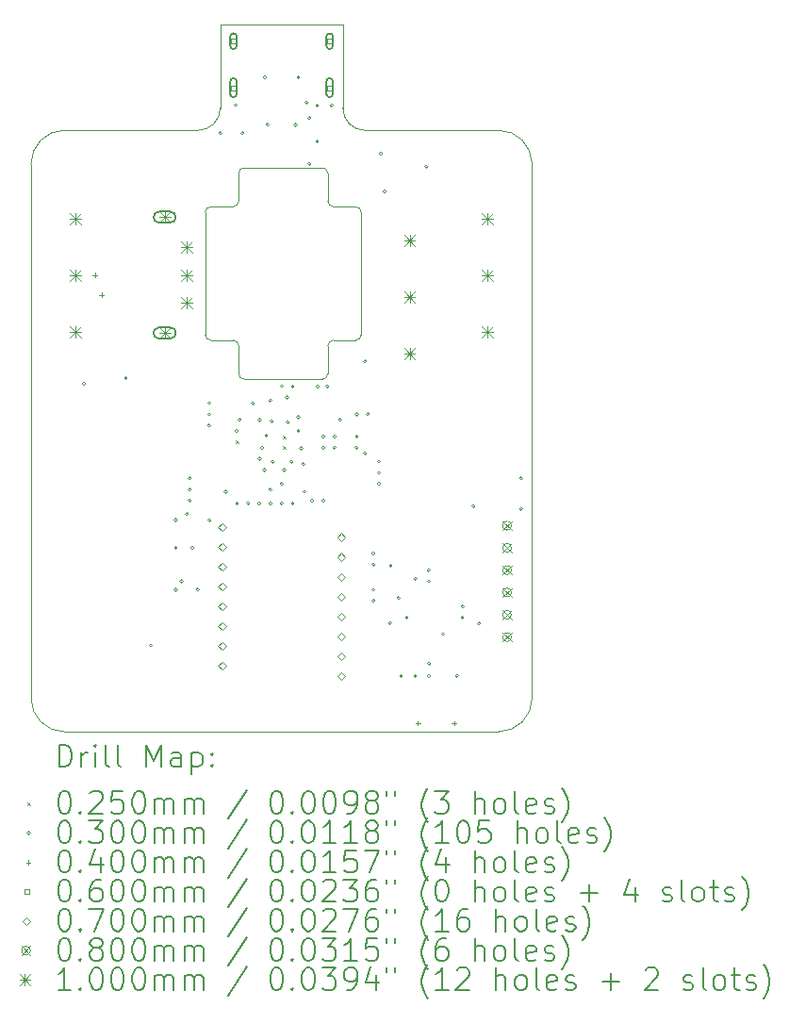
<source format=gbr>
%TF.GenerationSoftware,KiCad,Pcbnew,6.0.7+dfsg-1~bpo11+1*%
%TF.CreationDate,2022-10-07T12:23:39+00:00*%
%TF.ProjectId,redshift,72656473-6869-4667-942e-6b696361645f,0.2*%
%TF.SameCoordinates,Original*%
%TF.FileFunction,Drillmap*%
%TF.FilePolarity,Positive*%
%FSLAX45Y45*%
G04 Gerber Fmt 4.5, Leading zero omitted, Abs format (unit mm)*
G04 Created by KiCad (PCBNEW 6.0.7+dfsg-1~bpo11+1) date 2022-10-07 12:23:39*
%MOMM*%
%LPD*%
G01*
G04 APERTURE LIST*
%ADD10C,0.100000*%
%ADD11C,0.200000*%
%ADD12C,0.025000*%
%ADD13C,0.030000*%
%ADD14C,0.040000*%
%ADD15C,0.060000*%
%ADD16C,0.070000*%
%ADD17C,0.080000*%
G04 APERTURE END LIST*
D10*
X13314645Y-7185365D02*
G75*
G03*
X13364645Y-7135355I-5J50005D01*
G01*
X14464645Y-8335355D02*
X14464645Y-7235355D01*
X14214645Y-8385355D02*
X14414645Y-8385355D01*
X13364645Y-8685355D02*
G75*
G03*
X13414645Y-8735355I49995J-5D01*
G01*
X14164644Y-6885355D02*
G75*
G03*
X14114645Y-6835355I-50005J-5D01*
G01*
X13200000Y-5550000D02*
X14300000Y-5550000D01*
X14114645Y-8735365D02*
G75*
G03*
X14164645Y-8685355I-5J50005D01*
G01*
X14464645Y-7235355D02*
G75*
G03*
X14414645Y-7185355I-50005J-5D01*
G01*
X15700000Y-11900000D02*
G75*
G03*
X16000000Y-11600000I0J300000D01*
G01*
X16000000Y-6800000D02*
X16000000Y-11600000D01*
X13114645Y-7185365D02*
G75*
G03*
X13064645Y-7235355I-5J-49995D01*
G01*
X13064645Y-8335355D02*
G75*
G03*
X13114645Y-8385355I49995J-5D01*
G01*
X13414645Y-6835365D02*
G75*
G03*
X13364645Y-6885355I-5J-49995D01*
G01*
X13200000Y-5550000D02*
X13200000Y-6300000D01*
X14164644Y-6885355D02*
X14164645Y-7135355D01*
X14164645Y-7135355D02*
G75*
G03*
X14214645Y-7185355I49995J-5D01*
G01*
X14214645Y-7185355D02*
X14414645Y-7185355D01*
X14300000Y-6300000D02*
G75*
G03*
X14500000Y-6500000I200000J0D01*
G01*
X13364645Y-8435355D02*
G75*
G03*
X13314645Y-8385355I-50005J-5D01*
G01*
X14500000Y-6500000D02*
X15700000Y-6500000D01*
X16000000Y-6800000D02*
G75*
G03*
X15700000Y-6500000I-300000J0D01*
G01*
X14414645Y-8385365D02*
G75*
G03*
X14464645Y-8335355I-5J50005D01*
G01*
X14114645Y-6835355D02*
X13414645Y-6835355D01*
X14164645Y-8435355D02*
X14164645Y-8685355D01*
X11800000Y-11900000D02*
X15700000Y-11900000D01*
X14214645Y-8385365D02*
G75*
G03*
X14164645Y-8435355I-5J-49995D01*
G01*
X11800000Y-6500000D02*
G75*
G03*
X11500000Y-6800000I0J-300000D01*
G01*
X13314645Y-7185355D02*
X13114645Y-7185355D01*
X13364645Y-7135355D02*
X13364645Y-6885355D01*
X13314645Y-8385355D02*
X13114645Y-8385355D01*
X13364645Y-8685355D02*
X13364645Y-8435355D01*
X13414645Y-8735355D02*
X14114645Y-8735355D01*
X11500000Y-11600000D02*
X11500000Y-6800000D01*
X14300000Y-6300000D02*
X14300000Y-5550000D01*
X13000000Y-6500000D02*
G75*
G03*
X13200000Y-6300000I0J200000D01*
G01*
X11500000Y-11600000D02*
G75*
G03*
X11800000Y-11900000I300000J0D01*
G01*
X13064645Y-8335355D02*
X13064645Y-7235355D01*
X11800000Y-6500000D02*
X13000000Y-6500000D01*
D11*
D12*
X13337500Y-9287500D02*
X13362500Y-9312500D01*
X13362500Y-9287500D02*
X13337500Y-9312500D01*
X13762500Y-9239450D02*
X13787500Y-9264450D01*
X13787500Y-9239450D02*
X13762500Y-9264450D01*
X13762500Y-9337500D02*
X13787500Y-9362500D01*
X13787500Y-9337500D02*
X13762500Y-9362500D01*
D13*
X11990000Y-8775000D02*
G75*
G03*
X11990000Y-8775000I-15000J0D01*
G01*
X12365000Y-8725000D02*
G75*
G03*
X12365000Y-8725000I-15000J0D01*
G01*
X12590000Y-11125000D02*
G75*
G03*
X12590000Y-11125000I-15000J0D01*
G01*
X12815000Y-10000000D02*
G75*
G03*
X12815000Y-10000000I-15000J0D01*
G01*
X12815000Y-10250000D02*
G75*
G03*
X12815000Y-10250000I-15000J0D01*
G01*
X12815000Y-10625000D02*
G75*
G03*
X12815000Y-10625000I-15000J0D01*
G01*
X12865000Y-10550000D02*
G75*
G03*
X12865000Y-10550000I-15000J0D01*
G01*
X12915000Y-9947550D02*
G75*
G03*
X12915000Y-9947550I-15000J0D01*
G01*
X12940000Y-9625000D02*
G75*
G03*
X12940000Y-9625000I-15000J0D01*
G01*
X12940000Y-9725000D02*
G75*
G03*
X12940000Y-9725000I-15000J0D01*
G01*
X12940000Y-9825000D02*
G75*
G03*
X12940000Y-9825000I-15000J0D01*
G01*
X12962550Y-10250000D02*
G75*
G03*
X12962550Y-10250000I-15000J0D01*
G01*
X13012550Y-10625000D02*
G75*
G03*
X13012550Y-10625000I-15000J0D01*
G01*
X13115000Y-8950000D02*
G75*
G03*
X13115000Y-8950000I-15000J0D01*
G01*
X13115000Y-9050000D02*
G75*
G03*
X13115000Y-9050000I-15000J0D01*
G01*
X13115000Y-9150000D02*
G75*
G03*
X13115000Y-9150000I-15000J0D01*
G01*
X13117450Y-10000000D02*
G75*
G03*
X13117450Y-10000000I-15000J0D01*
G01*
X13215000Y-6525000D02*
G75*
G03*
X13215000Y-6525000I-15000J0D01*
G01*
X13265000Y-9745099D02*
G75*
G03*
X13265000Y-9745099I-15000J0D01*
G01*
X13352450Y-6275000D02*
G75*
G03*
X13352450Y-6275000I-15000J0D01*
G01*
X13362501Y-9200000D02*
G75*
G03*
X13362501Y-9200000I-15000J0D01*
G01*
X13365000Y-9850000D02*
G75*
G03*
X13365000Y-9850000I-15000J0D01*
G01*
X13390000Y-9100000D02*
G75*
G03*
X13390000Y-9100000I-15000J0D01*
G01*
X13415000Y-6525000D02*
G75*
G03*
X13415000Y-6525000I-15000J0D01*
G01*
X13465000Y-9850000D02*
G75*
G03*
X13465000Y-9850000I-15000J0D01*
G01*
X13507550Y-8952402D02*
G75*
G03*
X13507550Y-8952402I-15000J0D01*
G01*
X13565000Y-9850000D02*
G75*
G03*
X13565000Y-9850000I-15000J0D01*
G01*
X13566911Y-9102025D02*
G75*
G03*
X13566911Y-9102025I-15000J0D01*
G01*
X13569450Y-9450000D02*
G75*
G03*
X13569450Y-9450000I-15000J0D01*
G01*
X13590000Y-9350000D02*
G75*
G03*
X13590000Y-9350000I-15000J0D01*
G01*
X13609401Y-9550000D02*
G75*
G03*
X13609401Y-9550000I-15000J0D01*
G01*
X13615000Y-6025000D02*
G75*
G03*
X13615000Y-6025000I-15000J0D01*
G01*
X13629336Y-9241340D02*
G75*
G03*
X13629336Y-9241340I-15000J0D01*
G01*
X13640000Y-6450000D02*
G75*
G03*
X13640000Y-6450000I-15000J0D01*
G01*
X13665000Y-8925000D02*
G75*
G03*
X13665000Y-8925000I-15000J0D01*
G01*
X13665000Y-9727450D02*
G75*
G03*
X13665000Y-9727450I-15000J0D01*
G01*
X13665000Y-9850000D02*
G75*
G03*
X13665000Y-9850000I-15000J0D01*
G01*
X13677088Y-9112912D02*
G75*
G03*
X13677088Y-9112912I-15000J0D01*
G01*
X13685099Y-9475000D02*
G75*
G03*
X13685099Y-9475000I-15000J0D01*
G01*
X13765000Y-9675000D02*
G75*
G03*
X13765000Y-9675000I-15000J0D01*
G01*
X13765000Y-9850000D02*
G75*
G03*
X13765000Y-9850000I-15000J0D01*
G01*
X13767838Y-8797162D02*
G75*
G03*
X13767838Y-8797162I-15000J0D01*
G01*
X13790000Y-9550000D02*
G75*
G03*
X13790000Y-9550000I-15000J0D01*
G01*
X13815000Y-8900000D02*
G75*
G03*
X13815000Y-8900000I-15000J0D01*
G01*
X13819252Y-9120748D02*
G75*
G03*
X13819252Y-9120748I-15000J0D01*
G01*
X13854728Y-9474999D02*
G75*
G03*
X13854728Y-9474999I-15000J0D01*
G01*
X13865000Y-8800000D02*
G75*
G03*
X13865000Y-8800000I-15000J0D01*
G01*
X13865000Y-9850000D02*
G75*
G03*
X13865000Y-9850000I-15000J0D01*
G01*
X13890000Y-6450000D02*
G75*
G03*
X13890000Y-6450000I-15000J0D01*
G01*
X13915000Y-6025000D02*
G75*
G03*
X13915000Y-6025000I-15000J0D01*
G01*
X13915000Y-9075000D02*
G75*
G03*
X13915000Y-9075000I-15000J0D01*
G01*
X13915000Y-9200000D02*
G75*
G03*
X13915000Y-9200000I-15000J0D01*
G01*
X13940000Y-9354827D02*
G75*
G03*
X13940000Y-9354827I-15000J0D01*
G01*
X13960173Y-9495764D02*
G75*
G03*
X13960173Y-9495764I-15000J0D01*
G01*
X13969901Y-9745099D02*
G75*
G03*
X13969901Y-9745099I-15000J0D01*
G01*
X13990935Y-6250454D02*
G75*
G03*
X13990935Y-6250454I-15000J0D01*
G01*
X14015000Y-6390950D02*
G75*
G03*
X14015000Y-6390950I-15000J0D01*
G01*
X14015000Y-6800000D02*
G75*
G03*
X14015000Y-6800000I-15000J0D01*
G01*
X14040000Y-9825000D02*
G75*
G03*
X14040000Y-9825000I-15000J0D01*
G01*
X14085000Y-6600000D02*
G75*
G03*
X14085000Y-6600000I-15000J0D01*
G01*
X14086877Y-6278123D02*
G75*
G03*
X14086877Y-6278123I-15000J0D01*
G01*
X14090000Y-8800000D02*
G75*
G03*
X14090000Y-8800000I-15000J0D01*
G01*
X14140000Y-9250000D02*
G75*
G03*
X14140000Y-9250000I-15000J0D01*
G01*
X14140000Y-9350000D02*
G75*
G03*
X14140000Y-9350000I-15000J0D01*
G01*
X14140000Y-9825000D02*
G75*
G03*
X14140000Y-9825000I-15000J0D01*
G01*
X14175099Y-8800000D02*
G75*
G03*
X14175099Y-8800000I-15000J0D01*
G01*
X14215000Y-6275000D02*
G75*
G03*
X14215000Y-6275000I-15000J0D01*
G01*
X14240000Y-9250000D02*
G75*
G03*
X14240000Y-9250000I-15000J0D01*
G01*
X14240000Y-9350000D02*
G75*
G03*
X14240000Y-9350000I-15000J0D01*
G01*
X14290000Y-9100000D02*
G75*
G03*
X14290000Y-9100000I-15000J0D01*
G01*
X14440000Y-9050000D02*
G75*
G03*
X14440000Y-9050000I-15000J0D01*
G01*
X14440000Y-9350000D02*
G75*
G03*
X14440000Y-9350000I-15000J0D01*
G01*
X14442000Y-9250000D02*
G75*
G03*
X14442000Y-9250000I-15000J0D01*
G01*
X14515000Y-8575000D02*
G75*
G03*
X14515000Y-8575000I-15000J0D01*
G01*
X14515000Y-9400000D02*
G75*
G03*
X14515000Y-9400000I-15000J0D01*
G01*
X14540000Y-9050000D02*
G75*
G03*
X14540000Y-9050000I-15000J0D01*
G01*
X14590000Y-10300000D02*
G75*
G03*
X14590000Y-10300000I-15000J0D01*
G01*
X14590000Y-10400000D02*
G75*
G03*
X14590000Y-10400000I-15000J0D01*
G01*
X14590000Y-10625000D02*
G75*
G03*
X14590000Y-10625000I-15000J0D01*
G01*
X14590000Y-10725000D02*
G75*
G03*
X14590000Y-10725000I-15000J0D01*
G01*
X14640000Y-9475000D02*
G75*
G03*
X14640000Y-9475000I-15000J0D01*
G01*
X14640000Y-9575000D02*
G75*
G03*
X14640000Y-9575000I-15000J0D01*
G01*
X14640000Y-9675000D02*
G75*
G03*
X14640000Y-9675000I-15000J0D01*
G01*
X14655000Y-6710000D02*
G75*
G03*
X14655000Y-6710000I-15000J0D01*
G01*
X14690000Y-7050000D02*
G75*
G03*
X14690000Y-7050000I-15000J0D01*
G01*
X14740000Y-10925000D02*
G75*
G03*
X14740000Y-10925000I-15000J0D01*
G01*
X14745000Y-10410000D02*
G75*
G03*
X14745000Y-10410000I-15000J0D01*
G01*
X14815000Y-10700000D02*
G75*
G03*
X14815000Y-10700000I-15000J0D01*
G01*
X14840000Y-11400000D02*
G75*
G03*
X14840000Y-11400000I-15000J0D01*
G01*
X14890000Y-10875000D02*
G75*
G03*
X14890000Y-10875000I-15000J0D01*
G01*
X14965000Y-11400000D02*
G75*
G03*
X14965000Y-11400000I-15000J0D01*
G01*
X14967000Y-10527000D02*
G75*
G03*
X14967000Y-10527000I-15000J0D01*
G01*
X15065000Y-6825000D02*
G75*
G03*
X15065000Y-6825000I-15000J0D01*
G01*
X15087550Y-10450000D02*
G75*
G03*
X15087550Y-10450000I-15000J0D01*
G01*
X15087550Y-10550000D02*
G75*
G03*
X15087550Y-10550000I-15000J0D01*
G01*
X15090000Y-11287450D02*
G75*
G03*
X15090000Y-11287450I-15000J0D01*
G01*
X15090000Y-11400000D02*
G75*
G03*
X15090000Y-11400000I-15000J0D01*
G01*
X15215000Y-11025000D02*
G75*
G03*
X15215000Y-11025000I-15000J0D01*
G01*
X15340000Y-11400000D02*
G75*
G03*
X15340000Y-11400000I-15000J0D01*
G01*
X15390000Y-10775000D02*
G75*
G03*
X15390000Y-10775000I-15000J0D01*
G01*
X15390000Y-10875000D02*
G75*
G03*
X15390000Y-10875000I-15000J0D01*
G01*
X15490000Y-9875000D02*
G75*
G03*
X15490000Y-9875000I-15000J0D01*
G01*
X15540000Y-10927450D02*
G75*
G03*
X15540000Y-10927450I-15000J0D01*
G01*
X15915000Y-9625000D02*
G75*
G03*
X15915000Y-9625000I-15000J0D01*
G01*
X15915000Y-9900000D02*
G75*
G03*
X15915000Y-9900000I-15000J0D01*
G01*
D14*
X12075000Y-7780000D02*
X12075000Y-7820000D01*
X12055000Y-7800000D02*
X12095000Y-7800000D01*
X12133408Y-7956713D02*
X12133408Y-7996713D01*
X12113408Y-7976713D02*
X12153408Y-7976713D01*
X14975000Y-11805000D02*
X14975000Y-11845000D01*
X14955000Y-11825000D02*
X14995000Y-11825000D01*
X15300000Y-11805000D02*
X15300000Y-11845000D01*
X15280000Y-11825000D02*
X15320000Y-11825000D01*
D15*
X13339213Y-5721213D02*
X13339213Y-5678787D01*
X13296787Y-5678787D01*
X13296787Y-5721213D01*
X13339213Y-5721213D01*
D11*
X13348000Y-5740000D02*
X13348000Y-5660000D01*
X13288000Y-5740000D02*
X13288000Y-5660000D01*
X13348000Y-5660000D02*
G75*
G03*
X13288000Y-5660000I-30000J0D01*
G01*
X13288000Y-5740000D02*
G75*
G03*
X13348000Y-5740000I30000J0D01*
G01*
D15*
X13339213Y-6139213D02*
X13339213Y-6096787D01*
X13296787Y-6096787D01*
X13296787Y-6139213D01*
X13339213Y-6139213D01*
D11*
X13348000Y-6173000D02*
X13348000Y-6063000D01*
X13288000Y-6173000D02*
X13288000Y-6063000D01*
X13348000Y-6063000D02*
G75*
G03*
X13288000Y-6063000I-30000J0D01*
G01*
X13288000Y-6173000D02*
G75*
G03*
X13348000Y-6173000I30000J0D01*
G01*
D15*
X14203213Y-5721213D02*
X14203213Y-5678787D01*
X14160787Y-5678787D01*
X14160787Y-5721213D01*
X14203213Y-5721213D01*
D11*
X14212000Y-5740000D02*
X14212000Y-5660000D01*
X14152000Y-5740000D02*
X14152000Y-5660000D01*
X14212000Y-5660000D02*
G75*
G03*
X14152000Y-5660000I-30000J0D01*
G01*
X14152000Y-5740000D02*
G75*
G03*
X14212000Y-5740000I30000J0D01*
G01*
D15*
X14203213Y-6139213D02*
X14203213Y-6096787D01*
X14160787Y-6096787D01*
X14160787Y-6139213D01*
X14203213Y-6139213D01*
D11*
X14212000Y-6173000D02*
X14212000Y-6063000D01*
X14152000Y-6173000D02*
X14152000Y-6063000D01*
X14212000Y-6063000D02*
G75*
G03*
X14152000Y-6063000I-30000J0D01*
G01*
X14152000Y-6173000D02*
G75*
G03*
X14212000Y-6173000I30000J0D01*
G01*
D16*
X13215000Y-10098500D02*
X13250000Y-10063500D01*
X13215000Y-10028500D01*
X13180000Y-10063500D01*
X13215000Y-10098500D01*
X13215000Y-10276500D02*
X13250000Y-10241500D01*
X13215000Y-10206500D01*
X13180000Y-10241500D01*
X13215000Y-10276500D01*
X13215000Y-10454500D02*
X13250000Y-10419500D01*
X13215000Y-10384500D01*
X13180000Y-10419500D01*
X13215000Y-10454500D01*
X13215000Y-10632500D02*
X13250000Y-10597500D01*
X13215000Y-10562500D01*
X13180000Y-10597500D01*
X13215000Y-10632500D01*
X13215000Y-10810500D02*
X13250000Y-10775500D01*
X13215000Y-10740500D01*
X13180000Y-10775500D01*
X13215000Y-10810500D01*
X13215000Y-10988500D02*
X13250000Y-10953500D01*
X13215000Y-10918500D01*
X13180000Y-10953500D01*
X13215000Y-10988500D01*
X13215000Y-11166500D02*
X13250000Y-11131500D01*
X13215000Y-11096500D01*
X13180000Y-11131500D01*
X13215000Y-11166500D01*
X13215000Y-11344500D02*
X13250000Y-11309500D01*
X13215000Y-11274500D01*
X13180000Y-11309500D01*
X13215000Y-11344500D01*
X14285000Y-10187500D02*
X14320000Y-10152500D01*
X14285000Y-10117500D01*
X14250000Y-10152500D01*
X14285000Y-10187500D01*
X14285000Y-10365500D02*
X14320000Y-10330500D01*
X14285000Y-10295500D01*
X14250000Y-10330500D01*
X14285000Y-10365500D01*
X14285000Y-10543500D02*
X14320000Y-10508500D01*
X14285000Y-10473500D01*
X14250000Y-10508500D01*
X14285000Y-10543500D01*
X14285000Y-10721500D02*
X14320000Y-10686500D01*
X14285000Y-10651500D01*
X14250000Y-10686500D01*
X14285000Y-10721500D01*
X14285000Y-10899500D02*
X14320000Y-10864500D01*
X14285000Y-10829500D01*
X14250000Y-10864500D01*
X14285000Y-10899500D01*
X14285000Y-11077500D02*
X14320000Y-11042500D01*
X14285000Y-11007500D01*
X14250000Y-11042500D01*
X14285000Y-11077500D01*
X14285000Y-11255500D02*
X14320000Y-11220500D01*
X14285000Y-11185500D01*
X14250000Y-11220500D01*
X14285000Y-11255500D01*
X14285000Y-11433500D02*
X14320000Y-11398500D01*
X14285000Y-11363500D01*
X14250000Y-11398500D01*
X14285000Y-11433500D01*
D17*
X15735000Y-10010000D02*
X15815000Y-10090000D01*
X15815000Y-10010000D02*
X15735000Y-10090000D01*
X15815000Y-10050000D02*
G75*
G03*
X15815000Y-10050000I-40000J0D01*
G01*
X15735000Y-10210000D02*
X15815000Y-10290000D01*
X15815000Y-10210000D02*
X15735000Y-10290000D01*
X15815000Y-10250000D02*
G75*
G03*
X15815000Y-10250000I-40000J0D01*
G01*
X15735000Y-10410000D02*
X15815000Y-10490000D01*
X15815000Y-10410000D02*
X15735000Y-10490000D01*
X15815000Y-10450000D02*
G75*
G03*
X15815000Y-10450000I-40000J0D01*
G01*
X15735000Y-10610000D02*
X15815000Y-10690000D01*
X15815000Y-10610000D02*
X15735000Y-10690000D01*
X15815000Y-10650000D02*
G75*
G03*
X15815000Y-10650000I-40000J0D01*
G01*
X15735000Y-10810000D02*
X15815000Y-10890000D01*
X15815000Y-10810000D02*
X15735000Y-10890000D01*
X15815000Y-10850000D02*
G75*
G03*
X15815000Y-10850000I-40000J0D01*
G01*
X15735000Y-11010000D02*
X15815000Y-11090000D01*
X15815000Y-11010000D02*
X15735000Y-11090000D01*
X15815000Y-11050000D02*
G75*
G03*
X15815000Y-11050000I-40000J0D01*
G01*
D10*
X11850000Y-7242000D02*
X11950000Y-7342000D01*
X11950000Y-7242000D02*
X11850000Y-7342000D01*
X11900000Y-7242000D02*
X11900000Y-7342000D01*
X11850000Y-7292000D02*
X11950000Y-7292000D01*
X11850000Y-7750000D02*
X11950000Y-7850000D01*
X11950000Y-7750000D02*
X11850000Y-7850000D01*
X11900000Y-7750000D02*
X11900000Y-7850000D01*
X11850000Y-7800000D02*
X11950000Y-7800000D01*
X11850000Y-8258000D02*
X11950000Y-8358000D01*
X11950000Y-8258000D02*
X11850000Y-8358000D01*
X11900000Y-8258000D02*
X11900000Y-8358000D01*
X11850000Y-8308000D02*
X11950000Y-8308000D01*
X12650000Y-7230000D02*
X12750000Y-7330000D01*
X12750000Y-7230000D02*
X12650000Y-7330000D01*
X12700000Y-7230000D02*
X12700000Y-7330000D01*
X12650000Y-7280000D02*
X12750000Y-7280000D01*
D11*
X12750000Y-7230000D02*
X12650000Y-7230000D01*
X12750000Y-7330000D02*
X12650000Y-7330000D01*
X12650000Y-7230000D02*
G75*
G03*
X12650000Y-7330000I0J-50000D01*
G01*
X12750000Y-7330000D02*
G75*
G03*
X12750000Y-7230000I0J50000D01*
G01*
D10*
X12650000Y-8270000D02*
X12750000Y-8370000D01*
X12750000Y-8270000D02*
X12650000Y-8370000D01*
X12700000Y-8270000D02*
X12700000Y-8370000D01*
X12650000Y-8320000D02*
X12750000Y-8320000D01*
D11*
X12750000Y-8270000D02*
X12650000Y-8270000D01*
X12750000Y-8370000D02*
X12650000Y-8370000D01*
X12650000Y-8270000D02*
G75*
G03*
X12650000Y-8370000I0J-50000D01*
G01*
X12750000Y-8370000D02*
G75*
G03*
X12750000Y-8270000I0J50000D01*
G01*
D10*
X12850000Y-7500000D02*
X12950000Y-7600000D01*
X12950000Y-7500000D02*
X12850000Y-7600000D01*
X12900000Y-7500000D02*
X12900000Y-7600000D01*
X12850000Y-7550000D02*
X12950000Y-7550000D01*
X12850000Y-7750000D02*
X12950000Y-7850000D01*
X12950000Y-7750000D02*
X12850000Y-7850000D01*
X12900000Y-7750000D02*
X12900000Y-7850000D01*
X12850000Y-7800000D02*
X12950000Y-7800000D01*
X12850000Y-8000000D02*
X12950000Y-8100000D01*
X12950000Y-8000000D02*
X12850000Y-8100000D01*
X12900000Y-8000000D02*
X12900000Y-8100000D01*
X12850000Y-8050000D02*
X12950000Y-8050000D01*
X14850000Y-7442000D02*
X14950000Y-7542000D01*
X14950000Y-7442000D02*
X14850000Y-7542000D01*
X14900000Y-7442000D02*
X14900000Y-7542000D01*
X14850000Y-7492000D02*
X14950000Y-7492000D01*
X14850000Y-7950000D02*
X14950000Y-8050000D01*
X14950000Y-7950000D02*
X14850000Y-8050000D01*
X14900000Y-7950000D02*
X14900000Y-8050000D01*
X14850000Y-8000000D02*
X14950000Y-8000000D01*
X14850000Y-8458000D02*
X14950000Y-8558000D01*
X14950000Y-8458000D02*
X14850000Y-8558000D01*
X14900000Y-8458000D02*
X14900000Y-8558000D01*
X14850000Y-8508000D02*
X14950000Y-8508000D01*
X15550000Y-7242000D02*
X15650000Y-7342000D01*
X15650000Y-7242000D02*
X15550000Y-7342000D01*
X15600000Y-7242000D02*
X15600000Y-7342000D01*
X15550000Y-7292000D02*
X15650000Y-7292000D01*
X15550000Y-7750000D02*
X15650000Y-7850000D01*
X15650000Y-7750000D02*
X15550000Y-7850000D01*
X15600000Y-7750000D02*
X15600000Y-7850000D01*
X15550000Y-7800000D02*
X15650000Y-7800000D01*
X15550000Y-8258000D02*
X15650000Y-8358000D01*
X15650000Y-8258000D02*
X15550000Y-8358000D01*
X15600000Y-8258000D02*
X15600000Y-8358000D01*
X15550000Y-8308000D02*
X15650000Y-8308000D01*
D11*
X11752619Y-12215476D02*
X11752619Y-12015476D01*
X11800238Y-12015476D01*
X11828809Y-12025000D01*
X11847857Y-12044048D01*
X11857381Y-12063095D01*
X11866905Y-12101190D01*
X11866905Y-12129762D01*
X11857381Y-12167857D01*
X11847857Y-12186905D01*
X11828809Y-12205952D01*
X11800238Y-12215476D01*
X11752619Y-12215476D01*
X11952619Y-12215476D02*
X11952619Y-12082143D01*
X11952619Y-12120238D02*
X11962143Y-12101190D01*
X11971667Y-12091667D01*
X11990714Y-12082143D01*
X12009762Y-12082143D01*
X12076428Y-12215476D02*
X12076428Y-12082143D01*
X12076428Y-12015476D02*
X12066905Y-12025000D01*
X12076428Y-12034524D01*
X12085952Y-12025000D01*
X12076428Y-12015476D01*
X12076428Y-12034524D01*
X12200238Y-12215476D02*
X12181190Y-12205952D01*
X12171667Y-12186905D01*
X12171667Y-12015476D01*
X12305000Y-12215476D02*
X12285952Y-12205952D01*
X12276428Y-12186905D01*
X12276428Y-12015476D01*
X12533571Y-12215476D02*
X12533571Y-12015476D01*
X12600238Y-12158333D01*
X12666905Y-12015476D01*
X12666905Y-12215476D01*
X12847857Y-12215476D02*
X12847857Y-12110714D01*
X12838333Y-12091667D01*
X12819286Y-12082143D01*
X12781190Y-12082143D01*
X12762143Y-12091667D01*
X12847857Y-12205952D02*
X12828809Y-12215476D01*
X12781190Y-12215476D01*
X12762143Y-12205952D01*
X12752619Y-12186905D01*
X12752619Y-12167857D01*
X12762143Y-12148809D01*
X12781190Y-12139286D01*
X12828809Y-12139286D01*
X12847857Y-12129762D01*
X12943095Y-12082143D02*
X12943095Y-12282143D01*
X12943095Y-12091667D02*
X12962143Y-12082143D01*
X13000238Y-12082143D01*
X13019286Y-12091667D01*
X13028809Y-12101190D01*
X13038333Y-12120238D01*
X13038333Y-12177381D01*
X13028809Y-12196428D01*
X13019286Y-12205952D01*
X13000238Y-12215476D01*
X12962143Y-12215476D01*
X12943095Y-12205952D01*
X13124048Y-12196428D02*
X13133571Y-12205952D01*
X13124048Y-12215476D01*
X13114524Y-12205952D01*
X13124048Y-12196428D01*
X13124048Y-12215476D01*
X13124048Y-12091667D02*
X13133571Y-12101190D01*
X13124048Y-12110714D01*
X13114524Y-12101190D01*
X13124048Y-12091667D01*
X13124048Y-12110714D01*
D12*
X11470000Y-12532500D02*
X11495000Y-12557500D01*
X11495000Y-12532500D02*
X11470000Y-12557500D01*
D11*
X11790714Y-12435476D02*
X11809762Y-12435476D01*
X11828809Y-12445000D01*
X11838333Y-12454524D01*
X11847857Y-12473571D01*
X11857381Y-12511667D01*
X11857381Y-12559286D01*
X11847857Y-12597381D01*
X11838333Y-12616428D01*
X11828809Y-12625952D01*
X11809762Y-12635476D01*
X11790714Y-12635476D01*
X11771667Y-12625952D01*
X11762143Y-12616428D01*
X11752619Y-12597381D01*
X11743095Y-12559286D01*
X11743095Y-12511667D01*
X11752619Y-12473571D01*
X11762143Y-12454524D01*
X11771667Y-12445000D01*
X11790714Y-12435476D01*
X11943095Y-12616428D02*
X11952619Y-12625952D01*
X11943095Y-12635476D01*
X11933571Y-12625952D01*
X11943095Y-12616428D01*
X11943095Y-12635476D01*
X12028809Y-12454524D02*
X12038333Y-12445000D01*
X12057381Y-12435476D01*
X12105000Y-12435476D01*
X12124048Y-12445000D01*
X12133571Y-12454524D01*
X12143095Y-12473571D01*
X12143095Y-12492619D01*
X12133571Y-12521190D01*
X12019286Y-12635476D01*
X12143095Y-12635476D01*
X12324048Y-12435476D02*
X12228809Y-12435476D01*
X12219286Y-12530714D01*
X12228809Y-12521190D01*
X12247857Y-12511667D01*
X12295476Y-12511667D01*
X12314524Y-12521190D01*
X12324048Y-12530714D01*
X12333571Y-12549762D01*
X12333571Y-12597381D01*
X12324048Y-12616428D01*
X12314524Y-12625952D01*
X12295476Y-12635476D01*
X12247857Y-12635476D01*
X12228809Y-12625952D01*
X12219286Y-12616428D01*
X12457381Y-12435476D02*
X12476428Y-12435476D01*
X12495476Y-12445000D01*
X12505000Y-12454524D01*
X12514524Y-12473571D01*
X12524048Y-12511667D01*
X12524048Y-12559286D01*
X12514524Y-12597381D01*
X12505000Y-12616428D01*
X12495476Y-12625952D01*
X12476428Y-12635476D01*
X12457381Y-12635476D01*
X12438333Y-12625952D01*
X12428809Y-12616428D01*
X12419286Y-12597381D01*
X12409762Y-12559286D01*
X12409762Y-12511667D01*
X12419286Y-12473571D01*
X12428809Y-12454524D01*
X12438333Y-12445000D01*
X12457381Y-12435476D01*
X12609762Y-12635476D02*
X12609762Y-12502143D01*
X12609762Y-12521190D02*
X12619286Y-12511667D01*
X12638333Y-12502143D01*
X12666905Y-12502143D01*
X12685952Y-12511667D01*
X12695476Y-12530714D01*
X12695476Y-12635476D01*
X12695476Y-12530714D02*
X12705000Y-12511667D01*
X12724048Y-12502143D01*
X12752619Y-12502143D01*
X12771667Y-12511667D01*
X12781190Y-12530714D01*
X12781190Y-12635476D01*
X12876428Y-12635476D02*
X12876428Y-12502143D01*
X12876428Y-12521190D02*
X12885952Y-12511667D01*
X12905000Y-12502143D01*
X12933571Y-12502143D01*
X12952619Y-12511667D01*
X12962143Y-12530714D01*
X12962143Y-12635476D01*
X12962143Y-12530714D02*
X12971667Y-12511667D01*
X12990714Y-12502143D01*
X13019286Y-12502143D01*
X13038333Y-12511667D01*
X13047857Y-12530714D01*
X13047857Y-12635476D01*
X13438333Y-12425952D02*
X13266905Y-12683095D01*
X13695476Y-12435476D02*
X13714524Y-12435476D01*
X13733571Y-12445000D01*
X13743095Y-12454524D01*
X13752619Y-12473571D01*
X13762143Y-12511667D01*
X13762143Y-12559286D01*
X13752619Y-12597381D01*
X13743095Y-12616428D01*
X13733571Y-12625952D01*
X13714524Y-12635476D01*
X13695476Y-12635476D01*
X13676428Y-12625952D01*
X13666905Y-12616428D01*
X13657381Y-12597381D01*
X13647857Y-12559286D01*
X13647857Y-12511667D01*
X13657381Y-12473571D01*
X13666905Y-12454524D01*
X13676428Y-12445000D01*
X13695476Y-12435476D01*
X13847857Y-12616428D02*
X13857381Y-12625952D01*
X13847857Y-12635476D01*
X13838333Y-12625952D01*
X13847857Y-12616428D01*
X13847857Y-12635476D01*
X13981190Y-12435476D02*
X14000238Y-12435476D01*
X14019286Y-12445000D01*
X14028809Y-12454524D01*
X14038333Y-12473571D01*
X14047857Y-12511667D01*
X14047857Y-12559286D01*
X14038333Y-12597381D01*
X14028809Y-12616428D01*
X14019286Y-12625952D01*
X14000238Y-12635476D01*
X13981190Y-12635476D01*
X13962143Y-12625952D01*
X13952619Y-12616428D01*
X13943095Y-12597381D01*
X13933571Y-12559286D01*
X13933571Y-12511667D01*
X13943095Y-12473571D01*
X13952619Y-12454524D01*
X13962143Y-12445000D01*
X13981190Y-12435476D01*
X14171667Y-12435476D02*
X14190714Y-12435476D01*
X14209762Y-12445000D01*
X14219286Y-12454524D01*
X14228809Y-12473571D01*
X14238333Y-12511667D01*
X14238333Y-12559286D01*
X14228809Y-12597381D01*
X14219286Y-12616428D01*
X14209762Y-12625952D01*
X14190714Y-12635476D01*
X14171667Y-12635476D01*
X14152619Y-12625952D01*
X14143095Y-12616428D01*
X14133571Y-12597381D01*
X14124048Y-12559286D01*
X14124048Y-12511667D01*
X14133571Y-12473571D01*
X14143095Y-12454524D01*
X14152619Y-12445000D01*
X14171667Y-12435476D01*
X14333571Y-12635476D02*
X14371667Y-12635476D01*
X14390714Y-12625952D01*
X14400238Y-12616428D01*
X14419286Y-12587857D01*
X14428809Y-12549762D01*
X14428809Y-12473571D01*
X14419286Y-12454524D01*
X14409762Y-12445000D01*
X14390714Y-12435476D01*
X14352619Y-12435476D01*
X14333571Y-12445000D01*
X14324048Y-12454524D01*
X14314524Y-12473571D01*
X14314524Y-12521190D01*
X14324048Y-12540238D01*
X14333571Y-12549762D01*
X14352619Y-12559286D01*
X14390714Y-12559286D01*
X14409762Y-12549762D01*
X14419286Y-12540238D01*
X14428809Y-12521190D01*
X14543095Y-12521190D02*
X14524048Y-12511667D01*
X14514524Y-12502143D01*
X14505000Y-12483095D01*
X14505000Y-12473571D01*
X14514524Y-12454524D01*
X14524048Y-12445000D01*
X14543095Y-12435476D01*
X14581190Y-12435476D01*
X14600238Y-12445000D01*
X14609762Y-12454524D01*
X14619286Y-12473571D01*
X14619286Y-12483095D01*
X14609762Y-12502143D01*
X14600238Y-12511667D01*
X14581190Y-12521190D01*
X14543095Y-12521190D01*
X14524048Y-12530714D01*
X14514524Y-12540238D01*
X14505000Y-12559286D01*
X14505000Y-12597381D01*
X14514524Y-12616428D01*
X14524048Y-12625952D01*
X14543095Y-12635476D01*
X14581190Y-12635476D01*
X14600238Y-12625952D01*
X14609762Y-12616428D01*
X14619286Y-12597381D01*
X14619286Y-12559286D01*
X14609762Y-12540238D01*
X14600238Y-12530714D01*
X14581190Y-12521190D01*
X14695476Y-12435476D02*
X14695476Y-12473571D01*
X14771667Y-12435476D02*
X14771667Y-12473571D01*
X15066905Y-12711667D02*
X15057381Y-12702143D01*
X15038333Y-12673571D01*
X15028809Y-12654524D01*
X15019286Y-12625952D01*
X15009762Y-12578333D01*
X15009762Y-12540238D01*
X15019286Y-12492619D01*
X15028809Y-12464048D01*
X15038333Y-12445000D01*
X15057381Y-12416428D01*
X15066905Y-12406905D01*
X15124048Y-12435476D02*
X15247857Y-12435476D01*
X15181190Y-12511667D01*
X15209762Y-12511667D01*
X15228809Y-12521190D01*
X15238333Y-12530714D01*
X15247857Y-12549762D01*
X15247857Y-12597381D01*
X15238333Y-12616428D01*
X15228809Y-12625952D01*
X15209762Y-12635476D01*
X15152619Y-12635476D01*
X15133571Y-12625952D01*
X15124048Y-12616428D01*
X15485952Y-12635476D02*
X15485952Y-12435476D01*
X15571667Y-12635476D02*
X15571667Y-12530714D01*
X15562143Y-12511667D01*
X15543095Y-12502143D01*
X15514524Y-12502143D01*
X15495476Y-12511667D01*
X15485952Y-12521190D01*
X15695476Y-12635476D02*
X15676428Y-12625952D01*
X15666905Y-12616428D01*
X15657381Y-12597381D01*
X15657381Y-12540238D01*
X15666905Y-12521190D01*
X15676428Y-12511667D01*
X15695476Y-12502143D01*
X15724048Y-12502143D01*
X15743095Y-12511667D01*
X15752619Y-12521190D01*
X15762143Y-12540238D01*
X15762143Y-12597381D01*
X15752619Y-12616428D01*
X15743095Y-12625952D01*
X15724048Y-12635476D01*
X15695476Y-12635476D01*
X15876428Y-12635476D02*
X15857381Y-12625952D01*
X15847857Y-12606905D01*
X15847857Y-12435476D01*
X16028809Y-12625952D02*
X16009762Y-12635476D01*
X15971667Y-12635476D01*
X15952619Y-12625952D01*
X15943095Y-12606905D01*
X15943095Y-12530714D01*
X15952619Y-12511667D01*
X15971667Y-12502143D01*
X16009762Y-12502143D01*
X16028809Y-12511667D01*
X16038333Y-12530714D01*
X16038333Y-12549762D01*
X15943095Y-12568809D01*
X16114524Y-12625952D02*
X16133571Y-12635476D01*
X16171667Y-12635476D01*
X16190714Y-12625952D01*
X16200238Y-12606905D01*
X16200238Y-12597381D01*
X16190714Y-12578333D01*
X16171667Y-12568809D01*
X16143095Y-12568809D01*
X16124048Y-12559286D01*
X16114524Y-12540238D01*
X16114524Y-12530714D01*
X16124048Y-12511667D01*
X16143095Y-12502143D01*
X16171667Y-12502143D01*
X16190714Y-12511667D01*
X16266905Y-12711667D02*
X16276428Y-12702143D01*
X16295476Y-12673571D01*
X16305000Y-12654524D01*
X16314524Y-12625952D01*
X16324048Y-12578333D01*
X16324048Y-12540238D01*
X16314524Y-12492619D01*
X16305000Y-12464048D01*
X16295476Y-12445000D01*
X16276428Y-12416428D01*
X16266905Y-12406905D01*
D13*
X11495000Y-12809000D02*
G75*
G03*
X11495000Y-12809000I-15000J0D01*
G01*
D11*
X11790714Y-12699476D02*
X11809762Y-12699476D01*
X11828809Y-12709000D01*
X11838333Y-12718524D01*
X11847857Y-12737571D01*
X11857381Y-12775667D01*
X11857381Y-12823286D01*
X11847857Y-12861381D01*
X11838333Y-12880428D01*
X11828809Y-12889952D01*
X11809762Y-12899476D01*
X11790714Y-12899476D01*
X11771667Y-12889952D01*
X11762143Y-12880428D01*
X11752619Y-12861381D01*
X11743095Y-12823286D01*
X11743095Y-12775667D01*
X11752619Y-12737571D01*
X11762143Y-12718524D01*
X11771667Y-12709000D01*
X11790714Y-12699476D01*
X11943095Y-12880428D02*
X11952619Y-12889952D01*
X11943095Y-12899476D01*
X11933571Y-12889952D01*
X11943095Y-12880428D01*
X11943095Y-12899476D01*
X12019286Y-12699476D02*
X12143095Y-12699476D01*
X12076428Y-12775667D01*
X12105000Y-12775667D01*
X12124048Y-12785190D01*
X12133571Y-12794714D01*
X12143095Y-12813762D01*
X12143095Y-12861381D01*
X12133571Y-12880428D01*
X12124048Y-12889952D01*
X12105000Y-12899476D01*
X12047857Y-12899476D01*
X12028809Y-12889952D01*
X12019286Y-12880428D01*
X12266905Y-12699476D02*
X12285952Y-12699476D01*
X12305000Y-12709000D01*
X12314524Y-12718524D01*
X12324048Y-12737571D01*
X12333571Y-12775667D01*
X12333571Y-12823286D01*
X12324048Y-12861381D01*
X12314524Y-12880428D01*
X12305000Y-12889952D01*
X12285952Y-12899476D01*
X12266905Y-12899476D01*
X12247857Y-12889952D01*
X12238333Y-12880428D01*
X12228809Y-12861381D01*
X12219286Y-12823286D01*
X12219286Y-12775667D01*
X12228809Y-12737571D01*
X12238333Y-12718524D01*
X12247857Y-12709000D01*
X12266905Y-12699476D01*
X12457381Y-12699476D02*
X12476428Y-12699476D01*
X12495476Y-12709000D01*
X12505000Y-12718524D01*
X12514524Y-12737571D01*
X12524048Y-12775667D01*
X12524048Y-12823286D01*
X12514524Y-12861381D01*
X12505000Y-12880428D01*
X12495476Y-12889952D01*
X12476428Y-12899476D01*
X12457381Y-12899476D01*
X12438333Y-12889952D01*
X12428809Y-12880428D01*
X12419286Y-12861381D01*
X12409762Y-12823286D01*
X12409762Y-12775667D01*
X12419286Y-12737571D01*
X12428809Y-12718524D01*
X12438333Y-12709000D01*
X12457381Y-12699476D01*
X12609762Y-12899476D02*
X12609762Y-12766143D01*
X12609762Y-12785190D02*
X12619286Y-12775667D01*
X12638333Y-12766143D01*
X12666905Y-12766143D01*
X12685952Y-12775667D01*
X12695476Y-12794714D01*
X12695476Y-12899476D01*
X12695476Y-12794714D02*
X12705000Y-12775667D01*
X12724048Y-12766143D01*
X12752619Y-12766143D01*
X12771667Y-12775667D01*
X12781190Y-12794714D01*
X12781190Y-12899476D01*
X12876428Y-12899476D02*
X12876428Y-12766143D01*
X12876428Y-12785190D02*
X12885952Y-12775667D01*
X12905000Y-12766143D01*
X12933571Y-12766143D01*
X12952619Y-12775667D01*
X12962143Y-12794714D01*
X12962143Y-12899476D01*
X12962143Y-12794714D02*
X12971667Y-12775667D01*
X12990714Y-12766143D01*
X13019286Y-12766143D01*
X13038333Y-12775667D01*
X13047857Y-12794714D01*
X13047857Y-12899476D01*
X13438333Y-12689952D02*
X13266905Y-12947095D01*
X13695476Y-12699476D02*
X13714524Y-12699476D01*
X13733571Y-12709000D01*
X13743095Y-12718524D01*
X13752619Y-12737571D01*
X13762143Y-12775667D01*
X13762143Y-12823286D01*
X13752619Y-12861381D01*
X13743095Y-12880428D01*
X13733571Y-12889952D01*
X13714524Y-12899476D01*
X13695476Y-12899476D01*
X13676428Y-12889952D01*
X13666905Y-12880428D01*
X13657381Y-12861381D01*
X13647857Y-12823286D01*
X13647857Y-12775667D01*
X13657381Y-12737571D01*
X13666905Y-12718524D01*
X13676428Y-12709000D01*
X13695476Y-12699476D01*
X13847857Y-12880428D02*
X13857381Y-12889952D01*
X13847857Y-12899476D01*
X13838333Y-12889952D01*
X13847857Y-12880428D01*
X13847857Y-12899476D01*
X13981190Y-12699476D02*
X14000238Y-12699476D01*
X14019286Y-12709000D01*
X14028809Y-12718524D01*
X14038333Y-12737571D01*
X14047857Y-12775667D01*
X14047857Y-12823286D01*
X14038333Y-12861381D01*
X14028809Y-12880428D01*
X14019286Y-12889952D01*
X14000238Y-12899476D01*
X13981190Y-12899476D01*
X13962143Y-12889952D01*
X13952619Y-12880428D01*
X13943095Y-12861381D01*
X13933571Y-12823286D01*
X13933571Y-12775667D01*
X13943095Y-12737571D01*
X13952619Y-12718524D01*
X13962143Y-12709000D01*
X13981190Y-12699476D01*
X14238333Y-12899476D02*
X14124048Y-12899476D01*
X14181190Y-12899476D02*
X14181190Y-12699476D01*
X14162143Y-12728048D01*
X14143095Y-12747095D01*
X14124048Y-12756619D01*
X14428809Y-12899476D02*
X14314524Y-12899476D01*
X14371667Y-12899476D02*
X14371667Y-12699476D01*
X14352619Y-12728048D01*
X14333571Y-12747095D01*
X14314524Y-12756619D01*
X14543095Y-12785190D02*
X14524048Y-12775667D01*
X14514524Y-12766143D01*
X14505000Y-12747095D01*
X14505000Y-12737571D01*
X14514524Y-12718524D01*
X14524048Y-12709000D01*
X14543095Y-12699476D01*
X14581190Y-12699476D01*
X14600238Y-12709000D01*
X14609762Y-12718524D01*
X14619286Y-12737571D01*
X14619286Y-12747095D01*
X14609762Y-12766143D01*
X14600238Y-12775667D01*
X14581190Y-12785190D01*
X14543095Y-12785190D01*
X14524048Y-12794714D01*
X14514524Y-12804238D01*
X14505000Y-12823286D01*
X14505000Y-12861381D01*
X14514524Y-12880428D01*
X14524048Y-12889952D01*
X14543095Y-12899476D01*
X14581190Y-12899476D01*
X14600238Y-12889952D01*
X14609762Y-12880428D01*
X14619286Y-12861381D01*
X14619286Y-12823286D01*
X14609762Y-12804238D01*
X14600238Y-12794714D01*
X14581190Y-12785190D01*
X14695476Y-12699476D02*
X14695476Y-12737571D01*
X14771667Y-12699476D02*
X14771667Y-12737571D01*
X15066905Y-12975667D02*
X15057381Y-12966143D01*
X15038333Y-12937571D01*
X15028809Y-12918524D01*
X15019286Y-12889952D01*
X15009762Y-12842333D01*
X15009762Y-12804238D01*
X15019286Y-12756619D01*
X15028809Y-12728048D01*
X15038333Y-12709000D01*
X15057381Y-12680428D01*
X15066905Y-12670905D01*
X15247857Y-12899476D02*
X15133571Y-12899476D01*
X15190714Y-12899476D02*
X15190714Y-12699476D01*
X15171667Y-12728048D01*
X15152619Y-12747095D01*
X15133571Y-12756619D01*
X15371667Y-12699476D02*
X15390714Y-12699476D01*
X15409762Y-12709000D01*
X15419286Y-12718524D01*
X15428809Y-12737571D01*
X15438333Y-12775667D01*
X15438333Y-12823286D01*
X15428809Y-12861381D01*
X15419286Y-12880428D01*
X15409762Y-12889952D01*
X15390714Y-12899476D01*
X15371667Y-12899476D01*
X15352619Y-12889952D01*
X15343095Y-12880428D01*
X15333571Y-12861381D01*
X15324048Y-12823286D01*
X15324048Y-12775667D01*
X15333571Y-12737571D01*
X15343095Y-12718524D01*
X15352619Y-12709000D01*
X15371667Y-12699476D01*
X15619286Y-12699476D02*
X15524048Y-12699476D01*
X15514524Y-12794714D01*
X15524048Y-12785190D01*
X15543095Y-12775667D01*
X15590714Y-12775667D01*
X15609762Y-12785190D01*
X15619286Y-12794714D01*
X15628809Y-12813762D01*
X15628809Y-12861381D01*
X15619286Y-12880428D01*
X15609762Y-12889952D01*
X15590714Y-12899476D01*
X15543095Y-12899476D01*
X15524048Y-12889952D01*
X15514524Y-12880428D01*
X15866905Y-12899476D02*
X15866905Y-12699476D01*
X15952619Y-12899476D02*
X15952619Y-12794714D01*
X15943095Y-12775667D01*
X15924048Y-12766143D01*
X15895476Y-12766143D01*
X15876428Y-12775667D01*
X15866905Y-12785190D01*
X16076428Y-12899476D02*
X16057381Y-12889952D01*
X16047857Y-12880428D01*
X16038333Y-12861381D01*
X16038333Y-12804238D01*
X16047857Y-12785190D01*
X16057381Y-12775667D01*
X16076428Y-12766143D01*
X16105000Y-12766143D01*
X16124048Y-12775667D01*
X16133571Y-12785190D01*
X16143095Y-12804238D01*
X16143095Y-12861381D01*
X16133571Y-12880428D01*
X16124048Y-12889952D01*
X16105000Y-12899476D01*
X16076428Y-12899476D01*
X16257381Y-12899476D02*
X16238333Y-12889952D01*
X16228809Y-12870905D01*
X16228809Y-12699476D01*
X16409762Y-12889952D02*
X16390714Y-12899476D01*
X16352619Y-12899476D01*
X16333571Y-12889952D01*
X16324048Y-12870905D01*
X16324048Y-12794714D01*
X16333571Y-12775667D01*
X16352619Y-12766143D01*
X16390714Y-12766143D01*
X16409762Y-12775667D01*
X16419286Y-12794714D01*
X16419286Y-12813762D01*
X16324048Y-12832809D01*
X16495476Y-12889952D02*
X16514524Y-12899476D01*
X16552619Y-12899476D01*
X16571667Y-12889952D01*
X16581190Y-12870905D01*
X16581190Y-12861381D01*
X16571667Y-12842333D01*
X16552619Y-12832809D01*
X16524048Y-12832809D01*
X16505000Y-12823286D01*
X16495476Y-12804238D01*
X16495476Y-12794714D01*
X16505000Y-12775667D01*
X16524048Y-12766143D01*
X16552619Y-12766143D01*
X16571667Y-12775667D01*
X16647857Y-12975667D02*
X16657381Y-12966143D01*
X16676428Y-12937571D01*
X16685952Y-12918524D01*
X16695476Y-12889952D01*
X16705000Y-12842333D01*
X16705000Y-12804238D01*
X16695476Y-12756619D01*
X16685952Y-12728048D01*
X16676428Y-12709000D01*
X16657381Y-12680428D01*
X16647857Y-12670905D01*
D14*
X11475000Y-13053000D02*
X11475000Y-13093000D01*
X11455000Y-13073000D02*
X11495000Y-13073000D01*
D11*
X11790714Y-12963476D02*
X11809762Y-12963476D01*
X11828809Y-12973000D01*
X11838333Y-12982524D01*
X11847857Y-13001571D01*
X11857381Y-13039667D01*
X11857381Y-13087286D01*
X11847857Y-13125381D01*
X11838333Y-13144428D01*
X11828809Y-13153952D01*
X11809762Y-13163476D01*
X11790714Y-13163476D01*
X11771667Y-13153952D01*
X11762143Y-13144428D01*
X11752619Y-13125381D01*
X11743095Y-13087286D01*
X11743095Y-13039667D01*
X11752619Y-13001571D01*
X11762143Y-12982524D01*
X11771667Y-12973000D01*
X11790714Y-12963476D01*
X11943095Y-13144428D02*
X11952619Y-13153952D01*
X11943095Y-13163476D01*
X11933571Y-13153952D01*
X11943095Y-13144428D01*
X11943095Y-13163476D01*
X12124048Y-13030143D02*
X12124048Y-13163476D01*
X12076428Y-12953952D02*
X12028809Y-13096809D01*
X12152619Y-13096809D01*
X12266905Y-12963476D02*
X12285952Y-12963476D01*
X12305000Y-12973000D01*
X12314524Y-12982524D01*
X12324048Y-13001571D01*
X12333571Y-13039667D01*
X12333571Y-13087286D01*
X12324048Y-13125381D01*
X12314524Y-13144428D01*
X12305000Y-13153952D01*
X12285952Y-13163476D01*
X12266905Y-13163476D01*
X12247857Y-13153952D01*
X12238333Y-13144428D01*
X12228809Y-13125381D01*
X12219286Y-13087286D01*
X12219286Y-13039667D01*
X12228809Y-13001571D01*
X12238333Y-12982524D01*
X12247857Y-12973000D01*
X12266905Y-12963476D01*
X12457381Y-12963476D02*
X12476428Y-12963476D01*
X12495476Y-12973000D01*
X12505000Y-12982524D01*
X12514524Y-13001571D01*
X12524048Y-13039667D01*
X12524048Y-13087286D01*
X12514524Y-13125381D01*
X12505000Y-13144428D01*
X12495476Y-13153952D01*
X12476428Y-13163476D01*
X12457381Y-13163476D01*
X12438333Y-13153952D01*
X12428809Y-13144428D01*
X12419286Y-13125381D01*
X12409762Y-13087286D01*
X12409762Y-13039667D01*
X12419286Y-13001571D01*
X12428809Y-12982524D01*
X12438333Y-12973000D01*
X12457381Y-12963476D01*
X12609762Y-13163476D02*
X12609762Y-13030143D01*
X12609762Y-13049190D02*
X12619286Y-13039667D01*
X12638333Y-13030143D01*
X12666905Y-13030143D01*
X12685952Y-13039667D01*
X12695476Y-13058714D01*
X12695476Y-13163476D01*
X12695476Y-13058714D02*
X12705000Y-13039667D01*
X12724048Y-13030143D01*
X12752619Y-13030143D01*
X12771667Y-13039667D01*
X12781190Y-13058714D01*
X12781190Y-13163476D01*
X12876428Y-13163476D02*
X12876428Y-13030143D01*
X12876428Y-13049190D02*
X12885952Y-13039667D01*
X12905000Y-13030143D01*
X12933571Y-13030143D01*
X12952619Y-13039667D01*
X12962143Y-13058714D01*
X12962143Y-13163476D01*
X12962143Y-13058714D02*
X12971667Y-13039667D01*
X12990714Y-13030143D01*
X13019286Y-13030143D01*
X13038333Y-13039667D01*
X13047857Y-13058714D01*
X13047857Y-13163476D01*
X13438333Y-12953952D02*
X13266905Y-13211095D01*
X13695476Y-12963476D02*
X13714524Y-12963476D01*
X13733571Y-12973000D01*
X13743095Y-12982524D01*
X13752619Y-13001571D01*
X13762143Y-13039667D01*
X13762143Y-13087286D01*
X13752619Y-13125381D01*
X13743095Y-13144428D01*
X13733571Y-13153952D01*
X13714524Y-13163476D01*
X13695476Y-13163476D01*
X13676428Y-13153952D01*
X13666905Y-13144428D01*
X13657381Y-13125381D01*
X13647857Y-13087286D01*
X13647857Y-13039667D01*
X13657381Y-13001571D01*
X13666905Y-12982524D01*
X13676428Y-12973000D01*
X13695476Y-12963476D01*
X13847857Y-13144428D02*
X13857381Y-13153952D01*
X13847857Y-13163476D01*
X13838333Y-13153952D01*
X13847857Y-13144428D01*
X13847857Y-13163476D01*
X13981190Y-12963476D02*
X14000238Y-12963476D01*
X14019286Y-12973000D01*
X14028809Y-12982524D01*
X14038333Y-13001571D01*
X14047857Y-13039667D01*
X14047857Y-13087286D01*
X14038333Y-13125381D01*
X14028809Y-13144428D01*
X14019286Y-13153952D01*
X14000238Y-13163476D01*
X13981190Y-13163476D01*
X13962143Y-13153952D01*
X13952619Y-13144428D01*
X13943095Y-13125381D01*
X13933571Y-13087286D01*
X13933571Y-13039667D01*
X13943095Y-13001571D01*
X13952619Y-12982524D01*
X13962143Y-12973000D01*
X13981190Y-12963476D01*
X14238333Y-13163476D02*
X14124048Y-13163476D01*
X14181190Y-13163476D02*
X14181190Y-12963476D01*
X14162143Y-12992048D01*
X14143095Y-13011095D01*
X14124048Y-13020619D01*
X14419286Y-12963476D02*
X14324048Y-12963476D01*
X14314524Y-13058714D01*
X14324048Y-13049190D01*
X14343095Y-13039667D01*
X14390714Y-13039667D01*
X14409762Y-13049190D01*
X14419286Y-13058714D01*
X14428809Y-13077762D01*
X14428809Y-13125381D01*
X14419286Y-13144428D01*
X14409762Y-13153952D01*
X14390714Y-13163476D01*
X14343095Y-13163476D01*
X14324048Y-13153952D01*
X14314524Y-13144428D01*
X14495476Y-12963476D02*
X14628809Y-12963476D01*
X14543095Y-13163476D01*
X14695476Y-12963476D02*
X14695476Y-13001571D01*
X14771667Y-12963476D02*
X14771667Y-13001571D01*
X15066905Y-13239667D02*
X15057381Y-13230143D01*
X15038333Y-13201571D01*
X15028809Y-13182524D01*
X15019286Y-13153952D01*
X15009762Y-13106333D01*
X15009762Y-13068238D01*
X15019286Y-13020619D01*
X15028809Y-12992048D01*
X15038333Y-12973000D01*
X15057381Y-12944428D01*
X15066905Y-12934905D01*
X15228809Y-13030143D02*
X15228809Y-13163476D01*
X15181190Y-12953952D02*
X15133571Y-13096809D01*
X15257381Y-13096809D01*
X15485952Y-13163476D02*
X15485952Y-12963476D01*
X15571667Y-13163476D02*
X15571667Y-13058714D01*
X15562143Y-13039667D01*
X15543095Y-13030143D01*
X15514524Y-13030143D01*
X15495476Y-13039667D01*
X15485952Y-13049190D01*
X15695476Y-13163476D02*
X15676428Y-13153952D01*
X15666905Y-13144428D01*
X15657381Y-13125381D01*
X15657381Y-13068238D01*
X15666905Y-13049190D01*
X15676428Y-13039667D01*
X15695476Y-13030143D01*
X15724048Y-13030143D01*
X15743095Y-13039667D01*
X15752619Y-13049190D01*
X15762143Y-13068238D01*
X15762143Y-13125381D01*
X15752619Y-13144428D01*
X15743095Y-13153952D01*
X15724048Y-13163476D01*
X15695476Y-13163476D01*
X15876428Y-13163476D02*
X15857381Y-13153952D01*
X15847857Y-13134905D01*
X15847857Y-12963476D01*
X16028809Y-13153952D02*
X16009762Y-13163476D01*
X15971667Y-13163476D01*
X15952619Y-13153952D01*
X15943095Y-13134905D01*
X15943095Y-13058714D01*
X15952619Y-13039667D01*
X15971667Y-13030143D01*
X16009762Y-13030143D01*
X16028809Y-13039667D01*
X16038333Y-13058714D01*
X16038333Y-13077762D01*
X15943095Y-13096809D01*
X16114524Y-13153952D02*
X16133571Y-13163476D01*
X16171667Y-13163476D01*
X16190714Y-13153952D01*
X16200238Y-13134905D01*
X16200238Y-13125381D01*
X16190714Y-13106333D01*
X16171667Y-13096809D01*
X16143095Y-13096809D01*
X16124048Y-13087286D01*
X16114524Y-13068238D01*
X16114524Y-13058714D01*
X16124048Y-13039667D01*
X16143095Y-13030143D01*
X16171667Y-13030143D01*
X16190714Y-13039667D01*
X16266905Y-13239667D02*
X16276428Y-13230143D01*
X16295476Y-13201571D01*
X16305000Y-13182524D01*
X16314524Y-13153952D01*
X16324048Y-13106333D01*
X16324048Y-13068238D01*
X16314524Y-13020619D01*
X16305000Y-12992048D01*
X16295476Y-12973000D01*
X16276428Y-12944428D01*
X16266905Y-12934905D01*
D15*
X11486213Y-13358213D02*
X11486213Y-13315787D01*
X11443787Y-13315787D01*
X11443787Y-13358213D01*
X11486213Y-13358213D01*
D11*
X11790714Y-13227476D02*
X11809762Y-13227476D01*
X11828809Y-13237000D01*
X11838333Y-13246524D01*
X11847857Y-13265571D01*
X11857381Y-13303667D01*
X11857381Y-13351286D01*
X11847857Y-13389381D01*
X11838333Y-13408428D01*
X11828809Y-13417952D01*
X11809762Y-13427476D01*
X11790714Y-13427476D01*
X11771667Y-13417952D01*
X11762143Y-13408428D01*
X11752619Y-13389381D01*
X11743095Y-13351286D01*
X11743095Y-13303667D01*
X11752619Y-13265571D01*
X11762143Y-13246524D01*
X11771667Y-13237000D01*
X11790714Y-13227476D01*
X11943095Y-13408428D02*
X11952619Y-13417952D01*
X11943095Y-13427476D01*
X11933571Y-13417952D01*
X11943095Y-13408428D01*
X11943095Y-13427476D01*
X12124048Y-13227476D02*
X12085952Y-13227476D01*
X12066905Y-13237000D01*
X12057381Y-13246524D01*
X12038333Y-13275095D01*
X12028809Y-13313190D01*
X12028809Y-13389381D01*
X12038333Y-13408428D01*
X12047857Y-13417952D01*
X12066905Y-13427476D01*
X12105000Y-13427476D01*
X12124048Y-13417952D01*
X12133571Y-13408428D01*
X12143095Y-13389381D01*
X12143095Y-13341762D01*
X12133571Y-13322714D01*
X12124048Y-13313190D01*
X12105000Y-13303667D01*
X12066905Y-13303667D01*
X12047857Y-13313190D01*
X12038333Y-13322714D01*
X12028809Y-13341762D01*
X12266905Y-13227476D02*
X12285952Y-13227476D01*
X12305000Y-13237000D01*
X12314524Y-13246524D01*
X12324048Y-13265571D01*
X12333571Y-13303667D01*
X12333571Y-13351286D01*
X12324048Y-13389381D01*
X12314524Y-13408428D01*
X12305000Y-13417952D01*
X12285952Y-13427476D01*
X12266905Y-13427476D01*
X12247857Y-13417952D01*
X12238333Y-13408428D01*
X12228809Y-13389381D01*
X12219286Y-13351286D01*
X12219286Y-13303667D01*
X12228809Y-13265571D01*
X12238333Y-13246524D01*
X12247857Y-13237000D01*
X12266905Y-13227476D01*
X12457381Y-13227476D02*
X12476428Y-13227476D01*
X12495476Y-13237000D01*
X12505000Y-13246524D01*
X12514524Y-13265571D01*
X12524048Y-13303667D01*
X12524048Y-13351286D01*
X12514524Y-13389381D01*
X12505000Y-13408428D01*
X12495476Y-13417952D01*
X12476428Y-13427476D01*
X12457381Y-13427476D01*
X12438333Y-13417952D01*
X12428809Y-13408428D01*
X12419286Y-13389381D01*
X12409762Y-13351286D01*
X12409762Y-13303667D01*
X12419286Y-13265571D01*
X12428809Y-13246524D01*
X12438333Y-13237000D01*
X12457381Y-13227476D01*
X12609762Y-13427476D02*
X12609762Y-13294143D01*
X12609762Y-13313190D02*
X12619286Y-13303667D01*
X12638333Y-13294143D01*
X12666905Y-13294143D01*
X12685952Y-13303667D01*
X12695476Y-13322714D01*
X12695476Y-13427476D01*
X12695476Y-13322714D02*
X12705000Y-13303667D01*
X12724048Y-13294143D01*
X12752619Y-13294143D01*
X12771667Y-13303667D01*
X12781190Y-13322714D01*
X12781190Y-13427476D01*
X12876428Y-13427476D02*
X12876428Y-13294143D01*
X12876428Y-13313190D02*
X12885952Y-13303667D01*
X12905000Y-13294143D01*
X12933571Y-13294143D01*
X12952619Y-13303667D01*
X12962143Y-13322714D01*
X12962143Y-13427476D01*
X12962143Y-13322714D02*
X12971667Y-13303667D01*
X12990714Y-13294143D01*
X13019286Y-13294143D01*
X13038333Y-13303667D01*
X13047857Y-13322714D01*
X13047857Y-13427476D01*
X13438333Y-13217952D02*
X13266905Y-13475095D01*
X13695476Y-13227476D02*
X13714524Y-13227476D01*
X13733571Y-13237000D01*
X13743095Y-13246524D01*
X13752619Y-13265571D01*
X13762143Y-13303667D01*
X13762143Y-13351286D01*
X13752619Y-13389381D01*
X13743095Y-13408428D01*
X13733571Y-13417952D01*
X13714524Y-13427476D01*
X13695476Y-13427476D01*
X13676428Y-13417952D01*
X13666905Y-13408428D01*
X13657381Y-13389381D01*
X13647857Y-13351286D01*
X13647857Y-13303667D01*
X13657381Y-13265571D01*
X13666905Y-13246524D01*
X13676428Y-13237000D01*
X13695476Y-13227476D01*
X13847857Y-13408428D02*
X13857381Y-13417952D01*
X13847857Y-13427476D01*
X13838333Y-13417952D01*
X13847857Y-13408428D01*
X13847857Y-13427476D01*
X13981190Y-13227476D02*
X14000238Y-13227476D01*
X14019286Y-13237000D01*
X14028809Y-13246524D01*
X14038333Y-13265571D01*
X14047857Y-13303667D01*
X14047857Y-13351286D01*
X14038333Y-13389381D01*
X14028809Y-13408428D01*
X14019286Y-13417952D01*
X14000238Y-13427476D01*
X13981190Y-13427476D01*
X13962143Y-13417952D01*
X13952619Y-13408428D01*
X13943095Y-13389381D01*
X13933571Y-13351286D01*
X13933571Y-13303667D01*
X13943095Y-13265571D01*
X13952619Y-13246524D01*
X13962143Y-13237000D01*
X13981190Y-13227476D01*
X14124048Y-13246524D02*
X14133571Y-13237000D01*
X14152619Y-13227476D01*
X14200238Y-13227476D01*
X14219286Y-13237000D01*
X14228809Y-13246524D01*
X14238333Y-13265571D01*
X14238333Y-13284619D01*
X14228809Y-13313190D01*
X14114524Y-13427476D01*
X14238333Y-13427476D01*
X14305000Y-13227476D02*
X14428809Y-13227476D01*
X14362143Y-13303667D01*
X14390714Y-13303667D01*
X14409762Y-13313190D01*
X14419286Y-13322714D01*
X14428809Y-13341762D01*
X14428809Y-13389381D01*
X14419286Y-13408428D01*
X14409762Y-13417952D01*
X14390714Y-13427476D01*
X14333571Y-13427476D01*
X14314524Y-13417952D01*
X14305000Y-13408428D01*
X14600238Y-13227476D02*
X14562143Y-13227476D01*
X14543095Y-13237000D01*
X14533571Y-13246524D01*
X14514524Y-13275095D01*
X14505000Y-13313190D01*
X14505000Y-13389381D01*
X14514524Y-13408428D01*
X14524048Y-13417952D01*
X14543095Y-13427476D01*
X14581190Y-13427476D01*
X14600238Y-13417952D01*
X14609762Y-13408428D01*
X14619286Y-13389381D01*
X14619286Y-13341762D01*
X14609762Y-13322714D01*
X14600238Y-13313190D01*
X14581190Y-13303667D01*
X14543095Y-13303667D01*
X14524048Y-13313190D01*
X14514524Y-13322714D01*
X14505000Y-13341762D01*
X14695476Y-13227476D02*
X14695476Y-13265571D01*
X14771667Y-13227476D02*
X14771667Y-13265571D01*
X15066905Y-13503667D02*
X15057381Y-13494143D01*
X15038333Y-13465571D01*
X15028809Y-13446524D01*
X15019286Y-13417952D01*
X15009762Y-13370333D01*
X15009762Y-13332238D01*
X15019286Y-13284619D01*
X15028809Y-13256048D01*
X15038333Y-13237000D01*
X15057381Y-13208428D01*
X15066905Y-13198905D01*
X15181190Y-13227476D02*
X15200238Y-13227476D01*
X15219286Y-13237000D01*
X15228809Y-13246524D01*
X15238333Y-13265571D01*
X15247857Y-13303667D01*
X15247857Y-13351286D01*
X15238333Y-13389381D01*
X15228809Y-13408428D01*
X15219286Y-13417952D01*
X15200238Y-13427476D01*
X15181190Y-13427476D01*
X15162143Y-13417952D01*
X15152619Y-13408428D01*
X15143095Y-13389381D01*
X15133571Y-13351286D01*
X15133571Y-13303667D01*
X15143095Y-13265571D01*
X15152619Y-13246524D01*
X15162143Y-13237000D01*
X15181190Y-13227476D01*
X15485952Y-13427476D02*
X15485952Y-13227476D01*
X15571667Y-13427476D02*
X15571667Y-13322714D01*
X15562143Y-13303667D01*
X15543095Y-13294143D01*
X15514524Y-13294143D01*
X15495476Y-13303667D01*
X15485952Y-13313190D01*
X15695476Y-13427476D02*
X15676428Y-13417952D01*
X15666905Y-13408428D01*
X15657381Y-13389381D01*
X15657381Y-13332238D01*
X15666905Y-13313190D01*
X15676428Y-13303667D01*
X15695476Y-13294143D01*
X15724048Y-13294143D01*
X15743095Y-13303667D01*
X15752619Y-13313190D01*
X15762143Y-13332238D01*
X15762143Y-13389381D01*
X15752619Y-13408428D01*
X15743095Y-13417952D01*
X15724048Y-13427476D01*
X15695476Y-13427476D01*
X15876428Y-13427476D02*
X15857381Y-13417952D01*
X15847857Y-13398905D01*
X15847857Y-13227476D01*
X16028809Y-13417952D02*
X16009762Y-13427476D01*
X15971667Y-13427476D01*
X15952619Y-13417952D01*
X15943095Y-13398905D01*
X15943095Y-13322714D01*
X15952619Y-13303667D01*
X15971667Y-13294143D01*
X16009762Y-13294143D01*
X16028809Y-13303667D01*
X16038333Y-13322714D01*
X16038333Y-13341762D01*
X15943095Y-13360809D01*
X16114524Y-13417952D02*
X16133571Y-13427476D01*
X16171667Y-13427476D01*
X16190714Y-13417952D01*
X16200238Y-13398905D01*
X16200238Y-13389381D01*
X16190714Y-13370333D01*
X16171667Y-13360809D01*
X16143095Y-13360809D01*
X16124048Y-13351286D01*
X16114524Y-13332238D01*
X16114524Y-13322714D01*
X16124048Y-13303667D01*
X16143095Y-13294143D01*
X16171667Y-13294143D01*
X16190714Y-13303667D01*
X16438333Y-13351286D02*
X16590714Y-13351286D01*
X16514524Y-13427476D02*
X16514524Y-13275095D01*
X16924048Y-13294143D02*
X16924048Y-13427476D01*
X16876429Y-13217952D02*
X16828810Y-13360809D01*
X16952619Y-13360809D01*
X17171667Y-13417952D02*
X17190714Y-13427476D01*
X17228810Y-13427476D01*
X17247857Y-13417952D01*
X17257381Y-13398905D01*
X17257381Y-13389381D01*
X17247857Y-13370333D01*
X17228810Y-13360809D01*
X17200238Y-13360809D01*
X17181190Y-13351286D01*
X17171667Y-13332238D01*
X17171667Y-13322714D01*
X17181190Y-13303667D01*
X17200238Y-13294143D01*
X17228810Y-13294143D01*
X17247857Y-13303667D01*
X17371667Y-13427476D02*
X17352619Y-13417952D01*
X17343095Y-13398905D01*
X17343095Y-13227476D01*
X17476429Y-13427476D02*
X17457381Y-13417952D01*
X17447857Y-13408428D01*
X17438333Y-13389381D01*
X17438333Y-13332238D01*
X17447857Y-13313190D01*
X17457381Y-13303667D01*
X17476429Y-13294143D01*
X17505000Y-13294143D01*
X17524048Y-13303667D01*
X17533571Y-13313190D01*
X17543095Y-13332238D01*
X17543095Y-13389381D01*
X17533571Y-13408428D01*
X17524048Y-13417952D01*
X17505000Y-13427476D01*
X17476429Y-13427476D01*
X17600238Y-13294143D02*
X17676429Y-13294143D01*
X17628810Y-13227476D02*
X17628810Y-13398905D01*
X17638333Y-13417952D01*
X17657381Y-13427476D01*
X17676429Y-13427476D01*
X17733571Y-13417952D02*
X17752619Y-13427476D01*
X17790714Y-13427476D01*
X17809762Y-13417952D01*
X17819286Y-13398905D01*
X17819286Y-13389381D01*
X17809762Y-13370333D01*
X17790714Y-13360809D01*
X17762143Y-13360809D01*
X17743095Y-13351286D01*
X17733571Y-13332238D01*
X17733571Y-13322714D01*
X17743095Y-13303667D01*
X17762143Y-13294143D01*
X17790714Y-13294143D01*
X17809762Y-13303667D01*
X17885952Y-13503667D02*
X17895476Y-13494143D01*
X17914524Y-13465571D01*
X17924048Y-13446524D01*
X17933571Y-13417952D01*
X17943095Y-13370333D01*
X17943095Y-13332238D01*
X17933571Y-13284619D01*
X17924048Y-13256048D01*
X17914524Y-13237000D01*
X17895476Y-13208428D01*
X17885952Y-13198905D01*
D16*
X11460000Y-13636000D02*
X11495000Y-13601000D01*
X11460000Y-13566000D01*
X11425000Y-13601000D01*
X11460000Y-13636000D01*
D11*
X11790714Y-13491476D02*
X11809762Y-13491476D01*
X11828809Y-13501000D01*
X11838333Y-13510524D01*
X11847857Y-13529571D01*
X11857381Y-13567667D01*
X11857381Y-13615286D01*
X11847857Y-13653381D01*
X11838333Y-13672428D01*
X11828809Y-13681952D01*
X11809762Y-13691476D01*
X11790714Y-13691476D01*
X11771667Y-13681952D01*
X11762143Y-13672428D01*
X11752619Y-13653381D01*
X11743095Y-13615286D01*
X11743095Y-13567667D01*
X11752619Y-13529571D01*
X11762143Y-13510524D01*
X11771667Y-13501000D01*
X11790714Y-13491476D01*
X11943095Y-13672428D02*
X11952619Y-13681952D01*
X11943095Y-13691476D01*
X11933571Y-13681952D01*
X11943095Y-13672428D01*
X11943095Y-13691476D01*
X12019286Y-13491476D02*
X12152619Y-13491476D01*
X12066905Y-13691476D01*
X12266905Y-13491476D02*
X12285952Y-13491476D01*
X12305000Y-13501000D01*
X12314524Y-13510524D01*
X12324048Y-13529571D01*
X12333571Y-13567667D01*
X12333571Y-13615286D01*
X12324048Y-13653381D01*
X12314524Y-13672428D01*
X12305000Y-13681952D01*
X12285952Y-13691476D01*
X12266905Y-13691476D01*
X12247857Y-13681952D01*
X12238333Y-13672428D01*
X12228809Y-13653381D01*
X12219286Y-13615286D01*
X12219286Y-13567667D01*
X12228809Y-13529571D01*
X12238333Y-13510524D01*
X12247857Y-13501000D01*
X12266905Y-13491476D01*
X12457381Y-13491476D02*
X12476428Y-13491476D01*
X12495476Y-13501000D01*
X12505000Y-13510524D01*
X12514524Y-13529571D01*
X12524048Y-13567667D01*
X12524048Y-13615286D01*
X12514524Y-13653381D01*
X12505000Y-13672428D01*
X12495476Y-13681952D01*
X12476428Y-13691476D01*
X12457381Y-13691476D01*
X12438333Y-13681952D01*
X12428809Y-13672428D01*
X12419286Y-13653381D01*
X12409762Y-13615286D01*
X12409762Y-13567667D01*
X12419286Y-13529571D01*
X12428809Y-13510524D01*
X12438333Y-13501000D01*
X12457381Y-13491476D01*
X12609762Y-13691476D02*
X12609762Y-13558143D01*
X12609762Y-13577190D02*
X12619286Y-13567667D01*
X12638333Y-13558143D01*
X12666905Y-13558143D01*
X12685952Y-13567667D01*
X12695476Y-13586714D01*
X12695476Y-13691476D01*
X12695476Y-13586714D02*
X12705000Y-13567667D01*
X12724048Y-13558143D01*
X12752619Y-13558143D01*
X12771667Y-13567667D01*
X12781190Y-13586714D01*
X12781190Y-13691476D01*
X12876428Y-13691476D02*
X12876428Y-13558143D01*
X12876428Y-13577190D02*
X12885952Y-13567667D01*
X12905000Y-13558143D01*
X12933571Y-13558143D01*
X12952619Y-13567667D01*
X12962143Y-13586714D01*
X12962143Y-13691476D01*
X12962143Y-13586714D02*
X12971667Y-13567667D01*
X12990714Y-13558143D01*
X13019286Y-13558143D01*
X13038333Y-13567667D01*
X13047857Y-13586714D01*
X13047857Y-13691476D01*
X13438333Y-13481952D02*
X13266905Y-13739095D01*
X13695476Y-13491476D02*
X13714524Y-13491476D01*
X13733571Y-13501000D01*
X13743095Y-13510524D01*
X13752619Y-13529571D01*
X13762143Y-13567667D01*
X13762143Y-13615286D01*
X13752619Y-13653381D01*
X13743095Y-13672428D01*
X13733571Y-13681952D01*
X13714524Y-13691476D01*
X13695476Y-13691476D01*
X13676428Y-13681952D01*
X13666905Y-13672428D01*
X13657381Y-13653381D01*
X13647857Y-13615286D01*
X13647857Y-13567667D01*
X13657381Y-13529571D01*
X13666905Y-13510524D01*
X13676428Y-13501000D01*
X13695476Y-13491476D01*
X13847857Y-13672428D02*
X13857381Y-13681952D01*
X13847857Y-13691476D01*
X13838333Y-13681952D01*
X13847857Y-13672428D01*
X13847857Y-13691476D01*
X13981190Y-13491476D02*
X14000238Y-13491476D01*
X14019286Y-13501000D01*
X14028809Y-13510524D01*
X14038333Y-13529571D01*
X14047857Y-13567667D01*
X14047857Y-13615286D01*
X14038333Y-13653381D01*
X14028809Y-13672428D01*
X14019286Y-13681952D01*
X14000238Y-13691476D01*
X13981190Y-13691476D01*
X13962143Y-13681952D01*
X13952619Y-13672428D01*
X13943095Y-13653381D01*
X13933571Y-13615286D01*
X13933571Y-13567667D01*
X13943095Y-13529571D01*
X13952619Y-13510524D01*
X13962143Y-13501000D01*
X13981190Y-13491476D01*
X14124048Y-13510524D02*
X14133571Y-13501000D01*
X14152619Y-13491476D01*
X14200238Y-13491476D01*
X14219286Y-13501000D01*
X14228809Y-13510524D01*
X14238333Y-13529571D01*
X14238333Y-13548619D01*
X14228809Y-13577190D01*
X14114524Y-13691476D01*
X14238333Y-13691476D01*
X14305000Y-13491476D02*
X14438333Y-13491476D01*
X14352619Y-13691476D01*
X14600238Y-13491476D02*
X14562143Y-13491476D01*
X14543095Y-13501000D01*
X14533571Y-13510524D01*
X14514524Y-13539095D01*
X14505000Y-13577190D01*
X14505000Y-13653381D01*
X14514524Y-13672428D01*
X14524048Y-13681952D01*
X14543095Y-13691476D01*
X14581190Y-13691476D01*
X14600238Y-13681952D01*
X14609762Y-13672428D01*
X14619286Y-13653381D01*
X14619286Y-13605762D01*
X14609762Y-13586714D01*
X14600238Y-13577190D01*
X14581190Y-13567667D01*
X14543095Y-13567667D01*
X14524048Y-13577190D01*
X14514524Y-13586714D01*
X14505000Y-13605762D01*
X14695476Y-13491476D02*
X14695476Y-13529571D01*
X14771667Y-13491476D02*
X14771667Y-13529571D01*
X15066905Y-13767667D02*
X15057381Y-13758143D01*
X15038333Y-13729571D01*
X15028809Y-13710524D01*
X15019286Y-13681952D01*
X15009762Y-13634333D01*
X15009762Y-13596238D01*
X15019286Y-13548619D01*
X15028809Y-13520048D01*
X15038333Y-13501000D01*
X15057381Y-13472428D01*
X15066905Y-13462905D01*
X15247857Y-13691476D02*
X15133571Y-13691476D01*
X15190714Y-13691476D02*
X15190714Y-13491476D01*
X15171667Y-13520048D01*
X15152619Y-13539095D01*
X15133571Y-13548619D01*
X15419286Y-13491476D02*
X15381190Y-13491476D01*
X15362143Y-13501000D01*
X15352619Y-13510524D01*
X15333571Y-13539095D01*
X15324048Y-13577190D01*
X15324048Y-13653381D01*
X15333571Y-13672428D01*
X15343095Y-13681952D01*
X15362143Y-13691476D01*
X15400238Y-13691476D01*
X15419286Y-13681952D01*
X15428809Y-13672428D01*
X15438333Y-13653381D01*
X15438333Y-13605762D01*
X15428809Y-13586714D01*
X15419286Y-13577190D01*
X15400238Y-13567667D01*
X15362143Y-13567667D01*
X15343095Y-13577190D01*
X15333571Y-13586714D01*
X15324048Y-13605762D01*
X15676428Y-13691476D02*
X15676428Y-13491476D01*
X15762143Y-13691476D02*
X15762143Y-13586714D01*
X15752619Y-13567667D01*
X15733571Y-13558143D01*
X15705000Y-13558143D01*
X15685952Y-13567667D01*
X15676428Y-13577190D01*
X15885952Y-13691476D02*
X15866905Y-13681952D01*
X15857381Y-13672428D01*
X15847857Y-13653381D01*
X15847857Y-13596238D01*
X15857381Y-13577190D01*
X15866905Y-13567667D01*
X15885952Y-13558143D01*
X15914524Y-13558143D01*
X15933571Y-13567667D01*
X15943095Y-13577190D01*
X15952619Y-13596238D01*
X15952619Y-13653381D01*
X15943095Y-13672428D01*
X15933571Y-13681952D01*
X15914524Y-13691476D01*
X15885952Y-13691476D01*
X16066905Y-13691476D02*
X16047857Y-13681952D01*
X16038333Y-13662905D01*
X16038333Y-13491476D01*
X16219286Y-13681952D02*
X16200238Y-13691476D01*
X16162143Y-13691476D01*
X16143095Y-13681952D01*
X16133571Y-13662905D01*
X16133571Y-13586714D01*
X16143095Y-13567667D01*
X16162143Y-13558143D01*
X16200238Y-13558143D01*
X16219286Y-13567667D01*
X16228809Y-13586714D01*
X16228809Y-13605762D01*
X16133571Y-13624809D01*
X16305000Y-13681952D02*
X16324048Y-13691476D01*
X16362143Y-13691476D01*
X16381190Y-13681952D01*
X16390714Y-13662905D01*
X16390714Y-13653381D01*
X16381190Y-13634333D01*
X16362143Y-13624809D01*
X16333571Y-13624809D01*
X16314524Y-13615286D01*
X16305000Y-13596238D01*
X16305000Y-13586714D01*
X16314524Y-13567667D01*
X16333571Y-13558143D01*
X16362143Y-13558143D01*
X16381190Y-13567667D01*
X16457381Y-13767667D02*
X16466905Y-13758143D01*
X16485952Y-13729571D01*
X16495476Y-13710524D01*
X16505000Y-13681952D01*
X16514524Y-13634333D01*
X16514524Y-13596238D01*
X16505000Y-13548619D01*
X16495476Y-13520048D01*
X16485952Y-13501000D01*
X16466905Y-13472428D01*
X16457381Y-13462905D01*
D17*
X11415000Y-13825000D02*
X11495000Y-13905000D01*
X11495000Y-13825000D02*
X11415000Y-13905000D01*
X11495000Y-13865000D02*
G75*
G03*
X11495000Y-13865000I-40000J0D01*
G01*
D11*
X11790714Y-13755476D02*
X11809762Y-13755476D01*
X11828809Y-13765000D01*
X11838333Y-13774524D01*
X11847857Y-13793571D01*
X11857381Y-13831667D01*
X11857381Y-13879286D01*
X11847857Y-13917381D01*
X11838333Y-13936428D01*
X11828809Y-13945952D01*
X11809762Y-13955476D01*
X11790714Y-13955476D01*
X11771667Y-13945952D01*
X11762143Y-13936428D01*
X11752619Y-13917381D01*
X11743095Y-13879286D01*
X11743095Y-13831667D01*
X11752619Y-13793571D01*
X11762143Y-13774524D01*
X11771667Y-13765000D01*
X11790714Y-13755476D01*
X11943095Y-13936428D02*
X11952619Y-13945952D01*
X11943095Y-13955476D01*
X11933571Y-13945952D01*
X11943095Y-13936428D01*
X11943095Y-13955476D01*
X12066905Y-13841190D02*
X12047857Y-13831667D01*
X12038333Y-13822143D01*
X12028809Y-13803095D01*
X12028809Y-13793571D01*
X12038333Y-13774524D01*
X12047857Y-13765000D01*
X12066905Y-13755476D01*
X12105000Y-13755476D01*
X12124048Y-13765000D01*
X12133571Y-13774524D01*
X12143095Y-13793571D01*
X12143095Y-13803095D01*
X12133571Y-13822143D01*
X12124048Y-13831667D01*
X12105000Y-13841190D01*
X12066905Y-13841190D01*
X12047857Y-13850714D01*
X12038333Y-13860238D01*
X12028809Y-13879286D01*
X12028809Y-13917381D01*
X12038333Y-13936428D01*
X12047857Y-13945952D01*
X12066905Y-13955476D01*
X12105000Y-13955476D01*
X12124048Y-13945952D01*
X12133571Y-13936428D01*
X12143095Y-13917381D01*
X12143095Y-13879286D01*
X12133571Y-13860238D01*
X12124048Y-13850714D01*
X12105000Y-13841190D01*
X12266905Y-13755476D02*
X12285952Y-13755476D01*
X12305000Y-13765000D01*
X12314524Y-13774524D01*
X12324048Y-13793571D01*
X12333571Y-13831667D01*
X12333571Y-13879286D01*
X12324048Y-13917381D01*
X12314524Y-13936428D01*
X12305000Y-13945952D01*
X12285952Y-13955476D01*
X12266905Y-13955476D01*
X12247857Y-13945952D01*
X12238333Y-13936428D01*
X12228809Y-13917381D01*
X12219286Y-13879286D01*
X12219286Y-13831667D01*
X12228809Y-13793571D01*
X12238333Y-13774524D01*
X12247857Y-13765000D01*
X12266905Y-13755476D01*
X12457381Y-13755476D02*
X12476428Y-13755476D01*
X12495476Y-13765000D01*
X12505000Y-13774524D01*
X12514524Y-13793571D01*
X12524048Y-13831667D01*
X12524048Y-13879286D01*
X12514524Y-13917381D01*
X12505000Y-13936428D01*
X12495476Y-13945952D01*
X12476428Y-13955476D01*
X12457381Y-13955476D01*
X12438333Y-13945952D01*
X12428809Y-13936428D01*
X12419286Y-13917381D01*
X12409762Y-13879286D01*
X12409762Y-13831667D01*
X12419286Y-13793571D01*
X12428809Y-13774524D01*
X12438333Y-13765000D01*
X12457381Y-13755476D01*
X12609762Y-13955476D02*
X12609762Y-13822143D01*
X12609762Y-13841190D02*
X12619286Y-13831667D01*
X12638333Y-13822143D01*
X12666905Y-13822143D01*
X12685952Y-13831667D01*
X12695476Y-13850714D01*
X12695476Y-13955476D01*
X12695476Y-13850714D02*
X12705000Y-13831667D01*
X12724048Y-13822143D01*
X12752619Y-13822143D01*
X12771667Y-13831667D01*
X12781190Y-13850714D01*
X12781190Y-13955476D01*
X12876428Y-13955476D02*
X12876428Y-13822143D01*
X12876428Y-13841190D02*
X12885952Y-13831667D01*
X12905000Y-13822143D01*
X12933571Y-13822143D01*
X12952619Y-13831667D01*
X12962143Y-13850714D01*
X12962143Y-13955476D01*
X12962143Y-13850714D02*
X12971667Y-13831667D01*
X12990714Y-13822143D01*
X13019286Y-13822143D01*
X13038333Y-13831667D01*
X13047857Y-13850714D01*
X13047857Y-13955476D01*
X13438333Y-13745952D02*
X13266905Y-14003095D01*
X13695476Y-13755476D02*
X13714524Y-13755476D01*
X13733571Y-13765000D01*
X13743095Y-13774524D01*
X13752619Y-13793571D01*
X13762143Y-13831667D01*
X13762143Y-13879286D01*
X13752619Y-13917381D01*
X13743095Y-13936428D01*
X13733571Y-13945952D01*
X13714524Y-13955476D01*
X13695476Y-13955476D01*
X13676428Y-13945952D01*
X13666905Y-13936428D01*
X13657381Y-13917381D01*
X13647857Y-13879286D01*
X13647857Y-13831667D01*
X13657381Y-13793571D01*
X13666905Y-13774524D01*
X13676428Y-13765000D01*
X13695476Y-13755476D01*
X13847857Y-13936428D02*
X13857381Y-13945952D01*
X13847857Y-13955476D01*
X13838333Y-13945952D01*
X13847857Y-13936428D01*
X13847857Y-13955476D01*
X13981190Y-13755476D02*
X14000238Y-13755476D01*
X14019286Y-13765000D01*
X14028809Y-13774524D01*
X14038333Y-13793571D01*
X14047857Y-13831667D01*
X14047857Y-13879286D01*
X14038333Y-13917381D01*
X14028809Y-13936428D01*
X14019286Y-13945952D01*
X14000238Y-13955476D01*
X13981190Y-13955476D01*
X13962143Y-13945952D01*
X13952619Y-13936428D01*
X13943095Y-13917381D01*
X13933571Y-13879286D01*
X13933571Y-13831667D01*
X13943095Y-13793571D01*
X13952619Y-13774524D01*
X13962143Y-13765000D01*
X13981190Y-13755476D01*
X14114524Y-13755476D02*
X14238333Y-13755476D01*
X14171667Y-13831667D01*
X14200238Y-13831667D01*
X14219286Y-13841190D01*
X14228809Y-13850714D01*
X14238333Y-13869762D01*
X14238333Y-13917381D01*
X14228809Y-13936428D01*
X14219286Y-13945952D01*
X14200238Y-13955476D01*
X14143095Y-13955476D01*
X14124048Y-13945952D01*
X14114524Y-13936428D01*
X14428809Y-13955476D02*
X14314524Y-13955476D01*
X14371667Y-13955476D02*
X14371667Y-13755476D01*
X14352619Y-13784048D01*
X14333571Y-13803095D01*
X14314524Y-13812619D01*
X14609762Y-13755476D02*
X14514524Y-13755476D01*
X14505000Y-13850714D01*
X14514524Y-13841190D01*
X14533571Y-13831667D01*
X14581190Y-13831667D01*
X14600238Y-13841190D01*
X14609762Y-13850714D01*
X14619286Y-13869762D01*
X14619286Y-13917381D01*
X14609762Y-13936428D01*
X14600238Y-13945952D01*
X14581190Y-13955476D01*
X14533571Y-13955476D01*
X14514524Y-13945952D01*
X14505000Y-13936428D01*
X14695476Y-13755476D02*
X14695476Y-13793571D01*
X14771667Y-13755476D02*
X14771667Y-13793571D01*
X15066905Y-14031667D02*
X15057381Y-14022143D01*
X15038333Y-13993571D01*
X15028809Y-13974524D01*
X15019286Y-13945952D01*
X15009762Y-13898333D01*
X15009762Y-13860238D01*
X15019286Y-13812619D01*
X15028809Y-13784048D01*
X15038333Y-13765000D01*
X15057381Y-13736428D01*
X15066905Y-13726905D01*
X15228809Y-13755476D02*
X15190714Y-13755476D01*
X15171667Y-13765000D01*
X15162143Y-13774524D01*
X15143095Y-13803095D01*
X15133571Y-13841190D01*
X15133571Y-13917381D01*
X15143095Y-13936428D01*
X15152619Y-13945952D01*
X15171667Y-13955476D01*
X15209762Y-13955476D01*
X15228809Y-13945952D01*
X15238333Y-13936428D01*
X15247857Y-13917381D01*
X15247857Y-13869762D01*
X15238333Y-13850714D01*
X15228809Y-13841190D01*
X15209762Y-13831667D01*
X15171667Y-13831667D01*
X15152619Y-13841190D01*
X15143095Y-13850714D01*
X15133571Y-13869762D01*
X15485952Y-13955476D02*
X15485952Y-13755476D01*
X15571667Y-13955476D02*
X15571667Y-13850714D01*
X15562143Y-13831667D01*
X15543095Y-13822143D01*
X15514524Y-13822143D01*
X15495476Y-13831667D01*
X15485952Y-13841190D01*
X15695476Y-13955476D02*
X15676428Y-13945952D01*
X15666905Y-13936428D01*
X15657381Y-13917381D01*
X15657381Y-13860238D01*
X15666905Y-13841190D01*
X15676428Y-13831667D01*
X15695476Y-13822143D01*
X15724048Y-13822143D01*
X15743095Y-13831667D01*
X15752619Y-13841190D01*
X15762143Y-13860238D01*
X15762143Y-13917381D01*
X15752619Y-13936428D01*
X15743095Y-13945952D01*
X15724048Y-13955476D01*
X15695476Y-13955476D01*
X15876428Y-13955476D02*
X15857381Y-13945952D01*
X15847857Y-13926905D01*
X15847857Y-13755476D01*
X16028809Y-13945952D02*
X16009762Y-13955476D01*
X15971667Y-13955476D01*
X15952619Y-13945952D01*
X15943095Y-13926905D01*
X15943095Y-13850714D01*
X15952619Y-13831667D01*
X15971667Y-13822143D01*
X16009762Y-13822143D01*
X16028809Y-13831667D01*
X16038333Y-13850714D01*
X16038333Y-13869762D01*
X15943095Y-13888809D01*
X16114524Y-13945952D02*
X16133571Y-13955476D01*
X16171667Y-13955476D01*
X16190714Y-13945952D01*
X16200238Y-13926905D01*
X16200238Y-13917381D01*
X16190714Y-13898333D01*
X16171667Y-13888809D01*
X16143095Y-13888809D01*
X16124048Y-13879286D01*
X16114524Y-13860238D01*
X16114524Y-13850714D01*
X16124048Y-13831667D01*
X16143095Y-13822143D01*
X16171667Y-13822143D01*
X16190714Y-13831667D01*
X16266905Y-14031667D02*
X16276428Y-14022143D01*
X16295476Y-13993571D01*
X16305000Y-13974524D01*
X16314524Y-13945952D01*
X16324048Y-13898333D01*
X16324048Y-13860238D01*
X16314524Y-13812619D01*
X16305000Y-13784048D01*
X16295476Y-13765000D01*
X16276428Y-13736428D01*
X16266905Y-13726905D01*
D10*
X11395000Y-14079000D02*
X11495000Y-14179000D01*
X11495000Y-14079000D02*
X11395000Y-14179000D01*
X11445000Y-14079000D02*
X11445000Y-14179000D01*
X11395000Y-14129000D02*
X11495000Y-14129000D01*
D11*
X11857381Y-14219476D02*
X11743095Y-14219476D01*
X11800238Y-14219476D02*
X11800238Y-14019476D01*
X11781190Y-14048048D01*
X11762143Y-14067095D01*
X11743095Y-14076619D01*
X11943095Y-14200428D02*
X11952619Y-14209952D01*
X11943095Y-14219476D01*
X11933571Y-14209952D01*
X11943095Y-14200428D01*
X11943095Y-14219476D01*
X12076428Y-14019476D02*
X12095476Y-14019476D01*
X12114524Y-14029000D01*
X12124048Y-14038524D01*
X12133571Y-14057571D01*
X12143095Y-14095667D01*
X12143095Y-14143286D01*
X12133571Y-14181381D01*
X12124048Y-14200428D01*
X12114524Y-14209952D01*
X12095476Y-14219476D01*
X12076428Y-14219476D01*
X12057381Y-14209952D01*
X12047857Y-14200428D01*
X12038333Y-14181381D01*
X12028809Y-14143286D01*
X12028809Y-14095667D01*
X12038333Y-14057571D01*
X12047857Y-14038524D01*
X12057381Y-14029000D01*
X12076428Y-14019476D01*
X12266905Y-14019476D02*
X12285952Y-14019476D01*
X12305000Y-14029000D01*
X12314524Y-14038524D01*
X12324048Y-14057571D01*
X12333571Y-14095667D01*
X12333571Y-14143286D01*
X12324048Y-14181381D01*
X12314524Y-14200428D01*
X12305000Y-14209952D01*
X12285952Y-14219476D01*
X12266905Y-14219476D01*
X12247857Y-14209952D01*
X12238333Y-14200428D01*
X12228809Y-14181381D01*
X12219286Y-14143286D01*
X12219286Y-14095667D01*
X12228809Y-14057571D01*
X12238333Y-14038524D01*
X12247857Y-14029000D01*
X12266905Y-14019476D01*
X12457381Y-14019476D02*
X12476428Y-14019476D01*
X12495476Y-14029000D01*
X12505000Y-14038524D01*
X12514524Y-14057571D01*
X12524048Y-14095667D01*
X12524048Y-14143286D01*
X12514524Y-14181381D01*
X12505000Y-14200428D01*
X12495476Y-14209952D01*
X12476428Y-14219476D01*
X12457381Y-14219476D01*
X12438333Y-14209952D01*
X12428809Y-14200428D01*
X12419286Y-14181381D01*
X12409762Y-14143286D01*
X12409762Y-14095667D01*
X12419286Y-14057571D01*
X12428809Y-14038524D01*
X12438333Y-14029000D01*
X12457381Y-14019476D01*
X12609762Y-14219476D02*
X12609762Y-14086143D01*
X12609762Y-14105190D02*
X12619286Y-14095667D01*
X12638333Y-14086143D01*
X12666905Y-14086143D01*
X12685952Y-14095667D01*
X12695476Y-14114714D01*
X12695476Y-14219476D01*
X12695476Y-14114714D02*
X12705000Y-14095667D01*
X12724048Y-14086143D01*
X12752619Y-14086143D01*
X12771667Y-14095667D01*
X12781190Y-14114714D01*
X12781190Y-14219476D01*
X12876428Y-14219476D02*
X12876428Y-14086143D01*
X12876428Y-14105190D02*
X12885952Y-14095667D01*
X12905000Y-14086143D01*
X12933571Y-14086143D01*
X12952619Y-14095667D01*
X12962143Y-14114714D01*
X12962143Y-14219476D01*
X12962143Y-14114714D02*
X12971667Y-14095667D01*
X12990714Y-14086143D01*
X13019286Y-14086143D01*
X13038333Y-14095667D01*
X13047857Y-14114714D01*
X13047857Y-14219476D01*
X13438333Y-14009952D02*
X13266905Y-14267095D01*
X13695476Y-14019476D02*
X13714524Y-14019476D01*
X13733571Y-14029000D01*
X13743095Y-14038524D01*
X13752619Y-14057571D01*
X13762143Y-14095667D01*
X13762143Y-14143286D01*
X13752619Y-14181381D01*
X13743095Y-14200428D01*
X13733571Y-14209952D01*
X13714524Y-14219476D01*
X13695476Y-14219476D01*
X13676428Y-14209952D01*
X13666905Y-14200428D01*
X13657381Y-14181381D01*
X13647857Y-14143286D01*
X13647857Y-14095667D01*
X13657381Y-14057571D01*
X13666905Y-14038524D01*
X13676428Y-14029000D01*
X13695476Y-14019476D01*
X13847857Y-14200428D02*
X13857381Y-14209952D01*
X13847857Y-14219476D01*
X13838333Y-14209952D01*
X13847857Y-14200428D01*
X13847857Y-14219476D01*
X13981190Y-14019476D02*
X14000238Y-14019476D01*
X14019286Y-14029000D01*
X14028809Y-14038524D01*
X14038333Y-14057571D01*
X14047857Y-14095667D01*
X14047857Y-14143286D01*
X14038333Y-14181381D01*
X14028809Y-14200428D01*
X14019286Y-14209952D01*
X14000238Y-14219476D01*
X13981190Y-14219476D01*
X13962143Y-14209952D01*
X13952619Y-14200428D01*
X13943095Y-14181381D01*
X13933571Y-14143286D01*
X13933571Y-14095667D01*
X13943095Y-14057571D01*
X13952619Y-14038524D01*
X13962143Y-14029000D01*
X13981190Y-14019476D01*
X14114524Y-14019476D02*
X14238333Y-14019476D01*
X14171667Y-14095667D01*
X14200238Y-14095667D01*
X14219286Y-14105190D01*
X14228809Y-14114714D01*
X14238333Y-14133762D01*
X14238333Y-14181381D01*
X14228809Y-14200428D01*
X14219286Y-14209952D01*
X14200238Y-14219476D01*
X14143095Y-14219476D01*
X14124048Y-14209952D01*
X14114524Y-14200428D01*
X14333571Y-14219476D02*
X14371667Y-14219476D01*
X14390714Y-14209952D01*
X14400238Y-14200428D01*
X14419286Y-14171857D01*
X14428809Y-14133762D01*
X14428809Y-14057571D01*
X14419286Y-14038524D01*
X14409762Y-14029000D01*
X14390714Y-14019476D01*
X14352619Y-14019476D01*
X14333571Y-14029000D01*
X14324048Y-14038524D01*
X14314524Y-14057571D01*
X14314524Y-14105190D01*
X14324048Y-14124238D01*
X14333571Y-14133762D01*
X14352619Y-14143286D01*
X14390714Y-14143286D01*
X14409762Y-14133762D01*
X14419286Y-14124238D01*
X14428809Y-14105190D01*
X14600238Y-14086143D02*
X14600238Y-14219476D01*
X14552619Y-14009952D02*
X14505000Y-14152809D01*
X14628809Y-14152809D01*
X14695476Y-14019476D02*
X14695476Y-14057571D01*
X14771667Y-14019476D02*
X14771667Y-14057571D01*
X15066905Y-14295667D02*
X15057381Y-14286143D01*
X15038333Y-14257571D01*
X15028809Y-14238524D01*
X15019286Y-14209952D01*
X15009762Y-14162333D01*
X15009762Y-14124238D01*
X15019286Y-14076619D01*
X15028809Y-14048048D01*
X15038333Y-14029000D01*
X15057381Y-14000428D01*
X15066905Y-13990905D01*
X15247857Y-14219476D02*
X15133571Y-14219476D01*
X15190714Y-14219476D02*
X15190714Y-14019476D01*
X15171667Y-14048048D01*
X15152619Y-14067095D01*
X15133571Y-14076619D01*
X15324048Y-14038524D02*
X15333571Y-14029000D01*
X15352619Y-14019476D01*
X15400238Y-14019476D01*
X15419286Y-14029000D01*
X15428809Y-14038524D01*
X15438333Y-14057571D01*
X15438333Y-14076619D01*
X15428809Y-14105190D01*
X15314524Y-14219476D01*
X15438333Y-14219476D01*
X15676428Y-14219476D02*
X15676428Y-14019476D01*
X15762143Y-14219476D02*
X15762143Y-14114714D01*
X15752619Y-14095667D01*
X15733571Y-14086143D01*
X15705000Y-14086143D01*
X15685952Y-14095667D01*
X15676428Y-14105190D01*
X15885952Y-14219476D02*
X15866905Y-14209952D01*
X15857381Y-14200428D01*
X15847857Y-14181381D01*
X15847857Y-14124238D01*
X15857381Y-14105190D01*
X15866905Y-14095667D01*
X15885952Y-14086143D01*
X15914524Y-14086143D01*
X15933571Y-14095667D01*
X15943095Y-14105190D01*
X15952619Y-14124238D01*
X15952619Y-14181381D01*
X15943095Y-14200428D01*
X15933571Y-14209952D01*
X15914524Y-14219476D01*
X15885952Y-14219476D01*
X16066905Y-14219476D02*
X16047857Y-14209952D01*
X16038333Y-14190905D01*
X16038333Y-14019476D01*
X16219286Y-14209952D02*
X16200238Y-14219476D01*
X16162143Y-14219476D01*
X16143095Y-14209952D01*
X16133571Y-14190905D01*
X16133571Y-14114714D01*
X16143095Y-14095667D01*
X16162143Y-14086143D01*
X16200238Y-14086143D01*
X16219286Y-14095667D01*
X16228809Y-14114714D01*
X16228809Y-14133762D01*
X16133571Y-14152809D01*
X16305000Y-14209952D02*
X16324048Y-14219476D01*
X16362143Y-14219476D01*
X16381190Y-14209952D01*
X16390714Y-14190905D01*
X16390714Y-14181381D01*
X16381190Y-14162333D01*
X16362143Y-14152809D01*
X16333571Y-14152809D01*
X16314524Y-14143286D01*
X16305000Y-14124238D01*
X16305000Y-14114714D01*
X16314524Y-14095667D01*
X16333571Y-14086143D01*
X16362143Y-14086143D01*
X16381190Y-14095667D01*
X16628809Y-14143286D02*
X16781190Y-14143286D01*
X16705000Y-14219476D02*
X16705000Y-14067095D01*
X17019286Y-14038524D02*
X17028810Y-14029000D01*
X17047857Y-14019476D01*
X17095476Y-14019476D01*
X17114524Y-14029000D01*
X17124048Y-14038524D01*
X17133571Y-14057571D01*
X17133571Y-14076619D01*
X17124048Y-14105190D01*
X17009762Y-14219476D01*
X17133571Y-14219476D01*
X17362143Y-14209952D02*
X17381190Y-14219476D01*
X17419286Y-14219476D01*
X17438333Y-14209952D01*
X17447857Y-14190905D01*
X17447857Y-14181381D01*
X17438333Y-14162333D01*
X17419286Y-14152809D01*
X17390714Y-14152809D01*
X17371667Y-14143286D01*
X17362143Y-14124238D01*
X17362143Y-14114714D01*
X17371667Y-14095667D01*
X17390714Y-14086143D01*
X17419286Y-14086143D01*
X17438333Y-14095667D01*
X17562143Y-14219476D02*
X17543095Y-14209952D01*
X17533571Y-14190905D01*
X17533571Y-14019476D01*
X17666905Y-14219476D02*
X17647857Y-14209952D01*
X17638333Y-14200428D01*
X17628810Y-14181381D01*
X17628810Y-14124238D01*
X17638333Y-14105190D01*
X17647857Y-14095667D01*
X17666905Y-14086143D01*
X17695476Y-14086143D01*
X17714524Y-14095667D01*
X17724048Y-14105190D01*
X17733571Y-14124238D01*
X17733571Y-14181381D01*
X17724048Y-14200428D01*
X17714524Y-14209952D01*
X17695476Y-14219476D01*
X17666905Y-14219476D01*
X17790714Y-14086143D02*
X17866905Y-14086143D01*
X17819286Y-14019476D02*
X17819286Y-14190905D01*
X17828810Y-14209952D01*
X17847857Y-14219476D01*
X17866905Y-14219476D01*
X17924048Y-14209952D02*
X17943095Y-14219476D01*
X17981190Y-14219476D01*
X18000238Y-14209952D01*
X18009762Y-14190905D01*
X18009762Y-14181381D01*
X18000238Y-14162333D01*
X17981190Y-14152809D01*
X17952619Y-14152809D01*
X17933571Y-14143286D01*
X17924048Y-14124238D01*
X17924048Y-14114714D01*
X17933571Y-14095667D01*
X17952619Y-14086143D01*
X17981190Y-14086143D01*
X18000238Y-14095667D01*
X18076429Y-14295667D02*
X18085952Y-14286143D01*
X18105000Y-14257571D01*
X18114524Y-14238524D01*
X18124048Y-14209952D01*
X18133571Y-14162333D01*
X18133571Y-14124238D01*
X18124048Y-14076619D01*
X18114524Y-14048048D01*
X18105000Y-14029000D01*
X18085952Y-14000428D01*
X18076429Y-13990905D01*
M02*

</source>
